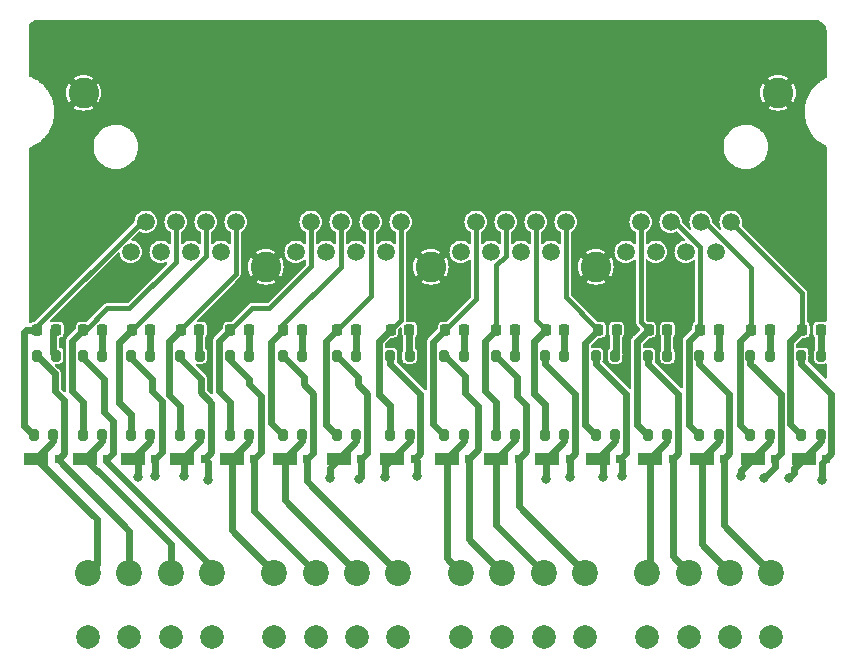
<source format=gbr>
%TF.GenerationSoftware,KiCad,Pcbnew,(6.0.9)*%
%TF.CreationDate,2024-02-02T01:57:23+05:30*%
%TF.ProjectId,RJ45-To-Terminal,524a3435-2d54-46f2-9d54-65726d696e61,2*%
%TF.SameCoordinates,Original*%
%TF.FileFunction,Copper,L1,Top*%
%TF.FilePolarity,Positive*%
%FSLAX46Y46*%
G04 Gerber Fmt 4.6, Leading zero omitted, Abs format (unit mm)*
G04 Created by KiCad (PCBNEW (6.0.9)) date 2024-02-02 01:57:23*
%MOMM*%
%LPD*%
G01*
G04 APERTURE LIST*
G04 Aperture macros list*
%AMRoundRect*
0 Rectangle with rounded corners*
0 $1 Rounding radius*
0 $2 $3 $4 $5 $6 $7 $8 $9 X,Y pos of 4 corners*
0 Add a 4 corners polygon primitive as box body*
4,1,4,$2,$3,$4,$5,$6,$7,$8,$9,$2,$3,0*
0 Add four circle primitives for the rounded corners*
1,1,$1+$1,$2,$3*
1,1,$1+$1,$4,$5*
1,1,$1+$1,$6,$7*
1,1,$1+$1,$8,$9*
0 Add four rect primitives between the rounded corners*
20,1,$1+$1,$2,$3,$4,$5,0*
20,1,$1+$1,$4,$5,$6,$7,0*
20,1,$1+$1,$6,$7,$8,$9,0*
20,1,$1+$1,$8,$9,$2,$3,0*%
G04 Aperture macros list end*
%TA.AperFunction,ComponentPad*%
%ADD10C,2.200000*%
%TD*%
%TA.AperFunction,ComponentPad*%
%ADD11C,2.000000*%
%TD*%
%TA.AperFunction,SMDPad,CuDef*%
%ADD12RoundRect,0.218750X0.218750X0.256250X-0.218750X0.256250X-0.218750X-0.256250X0.218750X-0.256250X0*%
%TD*%
%TA.AperFunction,SMDPad,CuDef*%
%ADD13RoundRect,0.200000X-0.200000X-0.275000X0.200000X-0.275000X0.200000X0.275000X-0.200000X0.275000X0*%
%TD*%
%TA.AperFunction,SMDPad,CuDef*%
%ADD14R,2.000000X1.100000*%
%TD*%
%TA.AperFunction,SMDPad,CuDef*%
%ADD15R,0.800000X0.800000*%
%TD*%
%TA.AperFunction,ComponentPad*%
%ADD16C,1.500000*%
%TD*%
%TA.AperFunction,ComponentPad*%
%ADD17C,2.600000*%
%TD*%
%TA.AperFunction,ViaPad*%
%ADD18C,0.800000*%
%TD*%
%TA.AperFunction,Conductor*%
%ADD19C,0.609600*%
%TD*%
%TA.AperFunction,Conductor*%
%ADD20C,0.406400*%
%TD*%
G04 APERTURE END LIST*
D10*
%TO.P,J18,1,Pin_1*%
%TO.N,RC4-*%
X148105000Y-89093000D03*
%TO.P,J18,2,Pin_2*%
%TO.N,IN4-*%
X151605000Y-89093000D03*
%TO.P,J18,3,Pin_3*%
%TO.N,RC3-*%
X155105000Y-89093000D03*
%TO.P,J18,4,Pin_4*%
%TO.N,IN3-*%
X158605000Y-89093000D03*
%TD*%
D11*
%TO.P,J19,1,Pin_1*%
%TO.N,RC2-*%
X148105000Y-94579000D03*
%TO.P,J19,2,Pin_2*%
%TO.N,IN2-*%
X151605000Y-94579000D03*
%TO.P,J19,3,Pin_3*%
%TO.N,RC1-*%
X155105000Y-94579000D03*
%TO.P,J19,4,Pin_4*%
%TO.N,IN1-*%
X158605000Y-94579000D03*
%TD*%
%TO.P,J17,1,Pin_1*%
%TO.N,RC6-*%
X132314666Y-94579000D03*
%TO.P,J17,2,Pin_2*%
%TO.N,IN6-*%
X135814666Y-94579000D03*
%TO.P,J17,3,Pin_3*%
%TO.N,RC5-*%
X139314666Y-94579000D03*
%TO.P,J17,4,Pin_4*%
%TO.N,IN5-*%
X142814666Y-94579000D03*
%TD*%
D10*
%TO.P,J16,1,Pin_1*%
%TO.N,RC8-*%
X132314666Y-89093000D03*
%TO.P,J16,2,Pin_2*%
%TO.N,IN8-*%
X135814666Y-89093000D03*
%TO.P,J16,3,Pin_3*%
%TO.N,RC7-*%
X139314666Y-89093000D03*
%TO.P,J16,4,Pin_4*%
%TO.N,IN7-*%
X142814666Y-89093000D03*
%TD*%
D11*
%TO.P,J14,1,Pin_1*%
%TO.N,RC10-*%
X116524333Y-94579000D03*
%TO.P,J14,2,Pin_2*%
%TO.N,IN10-*%
X120024333Y-94579000D03*
%TO.P,J14,3,Pin_3*%
%TO.N,RC9-*%
X123524333Y-94579000D03*
%TO.P,J14,4,Pin_4*%
%TO.N,IN9-*%
X127024333Y-94579000D03*
%TD*%
D10*
%TO.P,J13,4,Pin_4*%
%TO.N,IN11-*%
X127024333Y-89093000D03*
%TO.P,J13,3,Pin_3*%
%TO.N,RC11-*%
X123524333Y-89093000D03*
%TO.P,J13,2,Pin_2*%
%TO.N,IN12-*%
X120024333Y-89093000D03*
%TO.P,J13,1,Pin_1*%
%TO.N,RC12-*%
X116524333Y-89093000D03*
%TD*%
D11*
%TO.P,J12,4,Pin_4*%
%TO.N,IN13-*%
X111234000Y-94579000D03*
%TO.P,J12,3,Pin_3*%
%TO.N,RC13-*%
X107734000Y-94579000D03*
%TO.P,J12,2,Pin_2*%
%TO.N,IN14-*%
X104234000Y-94579000D03*
%TO.P,J12,1,Pin_1*%
%TO.N,RC14-*%
X100734000Y-94579000D03*
%TD*%
D10*
%TO.P,J11,4,Pin_4*%
%TO.N,IN15-*%
X111234000Y-89093000D03*
%TO.P,J11,3,Pin_3*%
%TO.N,RC15-*%
X107734000Y-89093000D03*
%TO.P,J11,2,Pin_2*%
%TO.N,IN16-*%
X104234000Y-89093000D03*
%TO.P,J11,1,Pin_1*%
%TO.N,RC16-*%
X100734000Y-89093000D03*
%TD*%
D12*
%TO.P,LED56,1,K*%
%TO.N,Net-(LED56-Pad1)*%
X118836500Y-68519000D03*
%TO.P,LED56,2,A*%
%TO.N,IN11+*%
X117261500Y-68519000D03*
%TD*%
D13*
%TO.P,TH59,1*%
%TO.N,IN8+*%
X130893000Y-77468400D03*
%TO.P,TH59,2*%
%TO.N,RC8-*%
X132543000Y-77468400D03*
%TD*%
D14*
%TO.P,D57,1,K*%
%TO.N,RC10-*%
X121982150Y-79441000D03*
D15*
%TO.P,D57,2,A*%
%TO.N,IN10-*%
X123882150Y-79441000D03*
%TD*%
D14*
%TO.P,D61,1,K*%
%TO.N,RC6-*%
X139607000Y-79441000D03*
D15*
%TO.P,D61,2,A*%
%TO.N,IN6-*%
X141507000Y-79441000D03*
%TD*%
D12*
%TO.P,LED66,1,K*%
%TO.N,Net-(LED66-Pad1)*%
X162767300Y-68519000D03*
%TO.P,LED66,2,A*%
%TO.N,IN1+*%
X161192300Y-68519000D03*
%TD*%
D14*
%TO.P,D63,1,K*%
%TO.N,RC4-*%
X148339300Y-79441000D03*
D15*
%TO.P,D63,2,A*%
%TO.N,IN4-*%
X150239300Y-79441000D03*
%TD*%
D12*
%TO.P,LED60,1,K*%
%TO.N,Net-(LED60-Pad1)*%
X136881800Y-68519000D03*
%TO.P,LED60,2,A*%
%TO.N,IN7+*%
X135306800Y-68519000D03*
%TD*%
D13*
%TO.P,R58,1*%
%TO.N,IN9-*%
X126313500Y-70721700D03*
%TO.P,R58,2*%
%TO.N,Net-(LED58-Pad1)*%
X127963500Y-70721700D03*
%TD*%
%TO.P,TH54,1*%
%TO.N,IN13+*%
X108533500Y-77468400D03*
%TO.P,TH54,2*%
%TO.N,RC13-*%
X110183500Y-77468400D03*
%TD*%
D12*
%TO.P,LED55,1,K*%
%TO.N,Net-(LED55-Pad1)*%
X114357000Y-68519000D03*
%TO.P,LED55,2,A*%
%TO.N,IN12+*%
X112782000Y-68519000D03*
%TD*%
D13*
%TO.P,TH61,1*%
%TO.N,IN6+*%
X139409500Y-77468400D03*
%TO.P,TH61,2*%
%TO.N,RC6-*%
X141059500Y-77468400D03*
%TD*%
D12*
%TO.P,LED58,1,K*%
%TO.N,Net-(LED58-Pad1)*%
X127946000Y-68519000D03*
%TO.P,LED58,2,A*%
%TO.N,IN9+*%
X126371000Y-68519000D03*
%TD*%
D13*
%TO.P,R61,1*%
%TO.N,IN6-*%
X139417000Y-70721700D03*
%TO.P,R61,2*%
%TO.N,Net-(LED61-Pad1)*%
X141067000Y-70721700D03*
%TD*%
D12*
%TO.P,LED63,1,K*%
%TO.N,Net-(LED63-Pad1)*%
X149781800Y-68519000D03*
%TO.P,LED63,2,A*%
%TO.N,IN4+*%
X148206800Y-68519000D03*
%TD*%
%TO.P,LED65,1,K*%
%TO.N,Net-(LED65-Pad1)*%
X158441000Y-68519000D03*
%TO.P,LED65,2,A*%
%TO.N,IN2+*%
X156866000Y-68519000D03*
%TD*%
D14*
%TO.P,D64,1,K*%
%TO.N,RC3-*%
X152680500Y-79441000D03*
D15*
%TO.P,D64,2,A*%
%TO.N,IN3-*%
X154580500Y-79441000D03*
%TD*%
D13*
%TO.P,R60,1*%
%TO.N,IN7-*%
X135249300Y-70721700D03*
%TO.P,R60,2*%
%TO.N,Net-(LED60-Pad1)*%
X136899300Y-70721700D03*
%TD*%
D12*
%TO.P,LED57,1,K*%
%TO.N,Net-(LED57-Pad1)*%
X123408500Y-68519000D03*
%TO.P,LED57,2,A*%
%TO.N,IN10+*%
X121833500Y-68519000D03*
%TD*%
D14*
%TO.P,D53,1,K*%
%TO.N,RC14-*%
X104540000Y-79441000D03*
D15*
%TO.P,D53,2,A*%
%TO.N,IN14-*%
X106440000Y-79441000D03*
%TD*%
D13*
%TO.P,TH60,1*%
%TO.N,IN7+*%
X135241800Y-77468400D03*
%TO.P,TH60,2*%
%TO.N,RC7-*%
X136891800Y-77468400D03*
%TD*%
%TO.P,R53,1*%
%TO.N,IN14-*%
X104342500Y-70721700D03*
%TO.P,R53,2*%
%TO.N,Net-(LED53-Pad1)*%
X105992500Y-70721700D03*
%TD*%
%TO.P,TH56,1*%
%TO.N,IN11+*%
X117210500Y-77468400D03*
%TO.P,TH56,2*%
%TO.N,RC11-*%
X118860500Y-77468400D03*
%TD*%
D12*
%TO.P,LED53,1,K*%
%TO.N,Net-(LED53-Pad1)*%
X106009500Y-68519000D03*
%TO.P,LED53,2,A*%
%TO.N,IN14+*%
X104434500Y-68519000D03*
%TD*%
D13*
%TO.P,R51,1*%
%TO.N,IN16-*%
X96401400Y-70721700D03*
%TO.P,R51,2*%
%TO.N,Net-(LED51-Pad1)*%
X98051400Y-70721700D03*
%TD*%
%TO.P,TH53,1*%
%TO.N,IN14+*%
X104342500Y-77468400D03*
%TO.P,TH53,2*%
%TO.N,RC14-*%
X105992500Y-77468400D03*
%TD*%
D12*
%TO.P,LED61,1,K*%
%TO.N,Net-(LED61-Pad1)*%
X141049500Y-68519000D03*
%TO.P,LED61,2,A*%
%TO.N,IN6+*%
X139474500Y-68519000D03*
%TD*%
%TO.P,LED64,1,K*%
%TO.N,Net-(LED64-Pad1)*%
X154123000Y-68519000D03*
%TO.P,LED64,2,A*%
%TO.N,IN3+*%
X152548000Y-68519000D03*
%TD*%
D13*
%TO.P,R54,1*%
%TO.N,IN13-*%
X108533500Y-70721700D03*
%TO.P,R54,2*%
%TO.N,Net-(LED54-Pad1)*%
X110183500Y-70721700D03*
%TD*%
%TO.P,TH57,1*%
%TO.N,IN10+*%
X121784650Y-77468400D03*
%TO.P,TH57,2*%
%TO.N,RC10-*%
X123434650Y-77468400D03*
%TD*%
D14*
%TO.P,D55,1,K*%
%TO.N,RC12-*%
X112922000Y-79441000D03*
D15*
%TO.P,D55,2,A*%
%TO.N,IN12-*%
X114822000Y-79441000D03*
%TD*%
D12*
%TO.P,LED52,1,K*%
%TO.N,Net-(LED52-Pad1)*%
X101911000Y-68519000D03*
%TO.P,LED52,2,A*%
%TO.N,IN15+*%
X100336000Y-68519000D03*
%TD*%
D13*
%TO.P,R65,1*%
%TO.N,IN2-*%
X156808500Y-70721700D03*
%TO.P,R65,2*%
%TO.N,Net-(LED65-Pad1)*%
X158458500Y-70721700D03*
%TD*%
%TO.P,TH66,1*%
%TO.N,IN1+*%
X161127300Y-77468400D03*
%TO.P,TH66,2*%
%TO.N,RC1-*%
X162777300Y-77468400D03*
%TD*%
%TO.P,TH55,1*%
%TO.N,IN12+*%
X112724500Y-77468400D03*
%TO.P,TH55,2*%
%TO.N,RC12-*%
X114374500Y-77468400D03*
%TD*%
%TO.P,TH58,1*%
%TO.N,IN9+*%
X126313500Y-77468400D03*
%TO.P,TH58,2*%
%TO.N,RC9-*%
X127963500Y-77468400D03*
%TD*%
%TO.P,R56,1*%
%TO.N,IN11-*%
X117210500Y-70721700D03*
%TO.P,R56,2*%
%TO.N,Net-(LED56-Pad1)*%
X118860500Y-70721700D03*
%TD*%
D12*
%TO.P,LED59,1,K*%
%TO.N,Net-(LED59-Pad1)*%
X132552500Y-68519000D03*
%TO.P,LED59,2,A*%
%TO.N,IN8+*%
X130977500Y-68519000D03*
%TD*%
%TO.P,LED51,1,K*%
%TO.N,Net-(LED51-Pad1)*%
X98033900Y-68519000D03*
%TO.P,LED51,2,A*%
%TO.N,IN16+*%
X96458900Y-68519000D03*
%TD*%
D13*
%TO.P,TH62,1*%
%TO.N,IN5+*%
X143720000Y-77468400D03*
%TO.P,TH62,2*%
%TO.N,RC5-*%
X145370000Y-77468400D03*
%TD*%
%TO.P,TH63,1*%
%TO.N,IN4+*%
X148141800Y-77468400D03*
%TO.P,TH63,2*%
%TO.N,RC4-*%
X149791800Y-77468400D03*
%TD*%
%TO.P,R64,1*%
%TO.N,IN3-*%
X152490500Y-70721700D03*
%TO.P,R64,2*%
%TO.N,Net-(LED64-Pad1)*%
X154140500Y-70721700D03*
%TD*%
D14*
%TO.P,D58,1,K*%
%TO.N,RC9-*%
X126511000Y-79441000D03*
D15*
%TO.P,D58,2,A*%
%TO.N,IN9-*%
X128411000Y-79441000D03*
%TD*%
D13*
%TO.P,R62,1*%
%TO.N,IN5-*%
X143727500Y-70721700D03*
%TO.P,R62,2*%
%TO.N,Net-(LED62-Pad1)*%
X145377500Y-70721700D03*
%TD*%
D14*
%TO.P,D65,1,K*%
%TO.N,RC2-*%
X156998500Y-79441000D03*
D15*
%TO.P,D65,2,A*%
%TO.N,IN2-*%
X158898500Y-79441000D03*
%TD*%
D14*
%TO.P,D60,1,K*%
%TO.N,RC7-*%
X135290500Y-79441000D03*
D15*
%TO.P,D60,2,A*%
%TO.N,IN7-*%
X137190500Y-79441000D03*
%TD*%
D14*
%TO.P,D52,1,K*%
%TO.N,RC15-*%
X100476000Y-79441000D03*
D15*
%TO.P,D52,2,A*%
%TO.N,IN15-*%
X102376000Y-79441000D03*
%TD*%
D13*
%TO.P,R66,1*%
%TO.N,IN1-*%
X161134800Y-70721700D03*
%TO.P,R66,2*%
%TO.N,Net-(LED66-Pad1)*%
X162784800Y-70721700D03*
%TD*%
D14*
%TO.P,D54,1,K*%
%TO.N,RC13-*%
X108731000Y-79441000D03*
D15*
%TO.P,D54,2,A*%
%TO.N,IN13-*%
X110631000Y-79441000D03*
%TD*%
D13*
%TO.P,R57,1*%
%TO.N,IN10-*%
X121784650Y-70721700D03*
%TO.P,R57,2*%
%TO.N,Net-(LED57-Pad1)*%
X123434650Y-70721700D03*
%TD*%
%TO.P,R59,1*%
%TO.N,IN8-*%
X130900500Y-70721700D03*
%TO.P,R59,2*%
%TO.N,Net-(LED59-Pad1)*%
X132550500Y-70721700D03*
%TD*%
%TO.P,R55,1*%
%TO.N,IN12-*%
X112724500Y-70721700D03*
%TO.P,R55,2*%
%TO.N,Net-(LED55-Pad1)*%
X114374500Y-70721700D03*
%TD*%
%TO.P,TH51,1*%
%TO.N,IN16+*%
X96142000Y-77468400D03*
%TO.P,TH51,2*%
%TO.N,RC16-*%
X97792000Y-77468400D03*
%TD*%
%TO.P,R52,1*%
%TO.N,IN15-*%
X100278500Y-70721700D03*
%TO.P,R52,2*%
%TO.N,Net-(LED52-Pad1)*%
X101928500Y-70721700D03*
%TD*%
D14*
%TO.P,D59,1,K*%
%TO.N,RC8-*%
X131090500Y-79441000D03*
D15*
%TO.P,D59,2,A*%
%TO.N,IN8-*%
X132990500Y-79441000D03*
%TD*%
D14*
%TO.P,D56,1,K*%
%TO.N,RC11-*%
X117408000Y-79441000D03*
D15*
%TO.P,D56,2,A*%
%TO.N,IN11-*%
X119308000Y-79441000D03*
%TD*%
D13*
%TO.P,R63,1*%
%TO.N,IN4-*%
X148149300Y-70721700D03*
%TO.P,R63,2*%
%TO.N,Net-(LED63-Pad1)*%
X149799300Y-70721700D03*
%TD*%
D12*
%TO.P,LED62,1,K*%
%TO.N,Net-(LED62-Pad1)*%
X145506500Y-68519000D03*
%TO.P,LED62,2,A*%
%TO.N,IN5+*%
X143931500Y-68519000D03*
%TD*%
D16*
%TO.P,RJ45-1,A1,A1*%
%TO.N,IN1+*%
X155158400Y-59399400D03*
%TO.P,RJ45-1,A2,A2*%
%TO.N,IN1-*%
X153888400Y-61939400D03*
%TO.P,RJ45-1,A3,A3*%
%TO.N,IN2+*%
X152618400Y-59399400D03*
%TO.P,RJ45-1,A4,A4*%
%TO.N,IN3-*%
X151348400Y-61939400D03*
%TO.P,RJ45-1,A5,A5*%
%TO.N,IN3+*%
X150078400Y-59399400D03*
%TO.P,RJ45-1,A6,A6*%
%TO.N,IN2-*%
X148808400Y-61939400D03*
%TO.P,RJ45-1,A7,A7*%
%TO.N,IN4+*%
X147538400Y-59399400D03*
%TO.P,RJ45-1,A8,A8*%
%TO.N,IN4-*%
X146268400Y-61939400D03*
%TO.P,RJ45-1,B1,B1*%
%TO.N,IN5+*%
X141188400Y-59399400D03*
%TO.P,RJ45-1,B2,B2*%
%TO.N,IN5-*%
X139918400Y-61939400D03*
%TO.P,RJ45-1,B3,B3*%
%TO.N,IN6+*%
X138648400Y-59399400D03*
%TO.P,RJ45-1,B4,B4*%
%TO.N,IN7-*%
X137378400Y-61939400D03*
%TO.P,RJ45-1,B5,B5*%
%TO.N,IN7+*%
X136108400Y-59399400D03*
%TO.P,RJ45-1,B6,B6*%
%TO.N,IN6-*%
X134838400Y-61939400D03*
%TO.P,RJ45-1,B7,B7*%
%TO.N,IN8+*%
X133568400Y-59399400D03*
%TO.P,RJ45-1,B8,B8*%
%TO.N,IN8-*%
X132298400Y-61939400D03*
%TO.P,RJ45-1,C1,C1*%
%TO.N,IN9+*%
X127218400Y-59399400D03*
%TO.P,RJ45-1,C2,C2*%
%TO.N,IN9-*%
X125948400Y-61939400D03*
%TO.P,RJ45-1,C3,C3*%
%TO.N,IN10+*%
X124678400Y-59399400D03*
%TO.P,RJ45-1,C4,C4*%
%TO.N,IN11-*%
X123408400Y-61939400D03*
%TO.P,RJ45-1,C5,C5*%
%TO.N,IN11+*%
X122138400Y-59399400D03*
%TO.P,RJ45-1,C6,C6*%
%TO.N,IN10-*%
X120868400Y-61939400D03*
%TO.P,RJ45-1,C7,C7*%
%TO.N,IN12+*%
X119598400Y-59399400D03*
%TO.P,RJ45-1,C8,C8*%
%TO.N,IN12-*%
X118328400Y-61939400D03*
%TO.P,RJ45-1,D1,D1*%
%TO.N,IN13+*%
X113248400Y-59399400D03*
%TO.P,RJ45-1,D2,D2*%
%TO.N,IN13-*%
X111978400Y-61939400D03*
%TO.P,RJ45-1,D3,D3*%
%TO.N,IN14+*%
X110708400Y-59399400D03*
%TO.P,RJ45-1,D4,D4*%
%TO.N,IN15-*%
X109438400Y-61939400D03*
%TO.P,RJ45-1,D5,D5*%
%TO.N,IN15+*%
X108168400Y-59399400D03*
%TO.P,RJ45-1,D6,D6*%
%TO.N,IN14-*%
X106898400Y-61939400D03*
%TO.P,RJ45-1,D7,D7*%
%TO.N,IN16+*%
X105628400Y-59399400D03*
%TO.P,RJ45-1,D8,D8*%
%TO.N,IN16-*%
X104358400Y-61939400D03*
D17*
%TO.P,RJ45-1,EH,EH*%
%TO.N,GNDPWR*%
X115788400Y-63209400D03*
X100358400Y-48479400D03*
X159158400Y-48479400D03*
X129758400Y-63209400D03*
X143728400Y-63209400D03*
%TD*%
D12*
%TO.P,LED54,1,K*%
%TO.N,Net-(LED54-Pad1)*%
X110166000Y-68519000D03*
%TO.P,LED54,2,A*%
%TO.N,IN13+*%
X108591000Y-68519000D03*
%TD*%
D13*
%TO.P,TH65,1*%
%TO.N,IN2+*%
X156801000Y-77468400D03*
%TO.P,TH65,2*%
%TO.N,RC2-*%
X158451000Y-77468400D03*
%TD*%
D14*
%TO.P,D51,1,K*%
%TO.N,RC16-*%
X96339500Y-79441000D03*
D15*
%TO.P,D51,2,A*%
%TO.N,IN16-*%
X98239500Y-79441000D03*
%TD*%
D13*
%TO.P,TH52,1*%
%TO.N,IN15+*%
X100278500Y-77468400D03*
%TO.P,TH52,2*%
%TO.N,RC15-*%
X101928500Y-77468400D03*
%TD*%
%TO.P,TH64,1*%
%TO.N,IN3+*%
X152483000Y-77468400D03*
%TO.P,TH64,2*%
%TO.N,RC3-*%
X154133000Y-77468400D03*
%TD*%
D14*
%TO.P,D66,1,K*%
%TO.N,RC1-*%
X161324800Y-79441000D03*
D15*
%TO.P,D66,2,A*%
%TO.N,IN1-*%
X163224800Y-79441000D03*
%TD*%
D14*
%TO.P,D62,1,K*%
%TO.N,RC5-*%
X143917500Y-79441000D03*
D15*
%TO.P,D62,2,A*%
%TO.N,IN5-*%
X145817500Y-79441000D03*
%TD*%
D18*
%TO.N,RC2-*%
X156022000Y-80928000D03*
%TO.N,IN1-*%
X162880000Y-81219000D03*
%TO.N,RC1-*%
X160086000Y-81092000D03*
%TO.N,IN2-*%
X157964500Y-81054500D03*
%TO.N,IN5-*%
X145989000Y-80951000D03*
%TO.N,RC5-*%
X144338000Y-81022000D03*
%TO.N,IN6-*%
X141544000Y-81044000D03*
%TO.N,RC6-*%
X139512000Y-81142000D03*
%TO.N,IN9-*%
X128590000Y-80960000D03*
%TO.N,RC9-*%
X125923000Y-80987000D03*
%TO.N,IN10-*%
X123668000Y-81188000D03*
%TO.N,RC10-*%
X121224000Y-81056000D03*
%TO.N,IN13-*%
X110937000Y-81219000D03*
%TO.N,RC13-*%
X108905000Y-80935000D03*
%TO.N,IN14-*%
X106440000Y-80920000D03*
%TO.N,RC14-*%
X104968000Y-80965000D03*
%TO.N,IN5-*%
X143727500Y-70721700D03*
%TO.N,IN6-*%
X139417000Y-70721700D03*
%TO.N,IN7-*%
X135249300Y-70721700D03*
%TO.N,IN8-*%
X130942600Y-70763800D03*
%TO.N,IN9-*%
X126313500Y-70721700D03*
%TO.N,IN10-*%
X121784650Y-70721700D03*
%TO.N,IN11-*%
X117210500Y-70721700D03*
%TO.N,IN12-*%
X112724500Y-70721700D03*
%TO.N,IN4-*%
X148149300Y-70721700D03*
%TO.N,IN3-*%
X152490500Y-70721700D03*
%TO.N,IN2-*%
X156808500Y-70721700D03*
%TO.N,IN1-*%
X161134800Y-70721700D03*
%TO.N,IN16-*%
X96401400Y-70721700D03*
%TO.N,IN15-*%
X100278500Y-70721700D03*
%TO.N,IN14-*%
X104342500Y-70721700D03*
%TO.N,IN13-*%
X108533500Y-70721700D03*
%TD*%
D19*
%TO.N,RC1-*%
X160550000Y-80628000D02*
X160550000Y-80215800D01*
X160550000Y-80215800D02*
X161324800Y-79441000D01*
X160086000Y-81092000D02*
X160550000Y-80628000D01*
%TO.N,RC2-*%
X156022000Y-80928000D02*
X156022000Y-80417500D01*
X156022000Y-80417500D02*
X156998500Y-79441000D01*
%TO.N,IN2-*%
X158898500Y-80120500D02*
X158898500Y-79441000D01*
X157964500Y-81054500D02*
X158898500Y-80120500D01*
%TO.N,IN5-*%
X145989000Y-80951000D02*
X145989000Y-79612500D01*
X145989000Y-79612500D02*
X145817500Y-79441000D01*
%TO.N,RC5-*%
X144338000Y-79861500D02*
X143917500Y-79441000D01*
X144338000Y-81022000D02*
X144338000Y-79861500D01*
%TO.N,IN6-*%
X141544000Y-81044000D02*
X141544000Y-79478000D01*
X141544000Y-79478000D02*
X141507000Y-79441000D01*
%TO.N,RC6-*%
X139512000Y-79536000D02*
X139607000Y-79441000D01*
X139512000Y-81142000D02*
X139512000Y-79536000D01*
%TO.N,IN9-*%
X128590000Y-79620000D02*
X128411000Y-79441000D01*
X128590000Y-80960000D02*
X128590000Y-79620000D01*
%TO.N,RC9-*%
X125923000Y-80029000D02*
X126511000Y-79441000D01*
X125923000Y-80987000D02*
X125923000Y-80029000D01*
%TO.N,RC10-*%
X121224000Y-80199150D02*
X121982150Y-79441000D01*
X121224000Y-81056000D02*
X121224000Y-80199150D01*
%TO.N,IN10-*%
X123882150Y-80973850D02*
X123882150Y-79441000D01*
X123668000Y-81188000D02*
X123882150Y-80973850D01*
%TO.N,IN14-*%
X106440000Y-80920000D02*
X106440000Y-79441000D01*
%TO.N,RC13-*%
X108905000Y-80935000D02*
X108905000Y-79615000D01*
X108905000Y-79615000D02*
X108731000Y-79441000D01*
%TO.N,RC14-*%
X104968000Y-79869000D02*
X104540000Y-79441000D01*
X104968000Y-80965000D02*
X104968000Y-79869000D01*
%TO.N,IN13-*%
X110937000Y-79747000D02*
X110631000Y-79441000D01*
X110937000Y-81219000D02*
X110937000Y-79747000D01*
%TO.N,IN1-*%
X162880000Y-79785800D02*
X163224800Y-79441000D01*
X162880000Y-81219000D02*
X162880000Y-79785800D01*
%TO.N,IN3-*%
X154580500Y-85068500D02*
X158605000Y-89093000D01*
X154580500Y-79441000D02*
X154580500Y-85068500D01*
%TO.N,RC3-*%
X152680500Y-86668500D02*
X155105000Y-89093000D01*
X152680500Y-79441000D02*
X152680500Y-86668500D01*
%TO.N,IN4-*%
X150239300Y-79441000D02*
X150239300Y-87727300D01*
X150239300Y-87727300D02*
X151605000Y-89093000D01*
%TO.N,RC4-*%
X148339300Y-88858700D02*
X148105000Y-89093000D01*
X148339300Y-79441000D02*
X148339300Y-88858700D01*
%TO.N,IN7-*%
X137190500Y-83468834D02*
X142814666Y-89093000D01*
X137190500Y-79441000D02*
X137190500Y-83468834D01*
%TO.N,RC7-*%
X135290500Y-85068834D02*
X139314666Y-89093000D01*
X135290500Y-79441000D02*
X135290500Y-85068834D01*
%TO.N,IN8-*%
X132990500Y-86268834D02*
X135814666Y-89093000D01*
X132990500Y-79441000D02*
X132990500Y-86268834D01*
%TO.N,RC8-*%
X131090500Y-87868834D02*
X132314666Y-89093000D01*
X131090500Y-79441000D02*
X131090500Y-87868834D01*
%TO.N,IN11-*%
X119308000Y-81376667D02*
X127024333Y-89093000D01*
X119308000Y-79441000D02*
X119308000Y-81376667D01*
%TO.N,RC11-*%
X117408000Y-82976667D02*
X123524333Y-89093000D01*
X117408000Y-79441000D02*
X117408000Y-82976667D01*
%TO.N,IN12-*%
X114822000Y-83890667D02*
X120024333Y-89093000D01*
X114822000Y-79441000D02*
X114822000Y-83890667D01*
%TO.N,RC12-*%
X112922000Y-85490667D02*
X116524333Y-89093000D01*
X112922000Y-79441000D02*
X112922000Y-85490667D01*
%TO.N,RC16-*%
X101496000Y-88331000D02*
X100734000Y-89093000D01*
X96339500Y-79441000D02*
X101496000Y-84597500D01*
X101496000Y-84597500D02*
X101496000Y-88331000D01*
%TO.N,IN16-*%
X104234000Y-85565000D02*
X104234000Y-89093000D01*
X98239500Y-79570500D02*
X104234000Y-85565000D01*
X98239500Y-79441000D02*
X98239500Y-79570500D01*
%TO.N,RC15-*%
X101577800Y-80495800D02*
X107734000Y-86652000D01*
X107734000Y-86652000D02*
X107734000Y-89093000D01*
X101530800Y-80495800D02*
X101577800Y-80495800D01*
X100476000Y-79441000D02*
X101530800Y-80495800D01*
%TO.N,IN15-*%
X111234000Y-88628000D02*
X111234000Y-89093000D01*
X102376000Y-79770000D02*
X111234000Y-88628000D01*
X102376000Y-79441000D02*
X102376000Y-79770000D01*
%TO.N,IN5-*%
X143727500Y-71402000D02*
X146274800Y-73949300D01*
X145817500Y-79441000D02*
X146274800Y-78983700D01*
X143727500Y-70721700D02*
X143727500Y-71402000D01*
X146274800Y-78983700D02*
X146274800Y-73949300D01*
%TO.N,IN6-*%
X141975800Y-78972200D02*
X141975800Y-73960800D01*
X139417000Y-70721700D02*
X139417000Y-71402000D01*
X139417000Y-71402000D02*
X141975800Y-73960800D01*
X141507000Y-79441000D02*
X141975800Y-78972200D01*
%TO.N,IN7-*%
X137190500Y-79441000D02*
X137796600Y-78834900D01*
X137796600Y-74931600D02*
X137016800Y-74151800D01*
X137016800Y-74151800D02*
X137016800Y-72500800D01*
X135249300Y-70733300D02*
X137016800Y-72500800D01*
X135249300Y-70721700D02*
X135249300Y-70733300D01*
X137796600Y-78834900D02*
X137796600Y-74931600D01*
%TO.N,IN8-*%
X132668000Y-72489200D02*
X130942600Y-70763800D01*
X130942600Y-70763800D02*
X130900500Y-70721700D01*
X132668000Y-73867000D02*
X132668000Y-72489200D01*
X133797000Y-74996000D02*
X133797000Y-78634500D01*
X133797000Y-78634500D02*
X132990500Y-79441000D01*
X132668000Y-73867000D02*
X133797000Y-74996000D01*
%TO.N,IN9-*%
X126313500Y-71394500D02*
X128868300Y-73949300D01*
X126313500Y-70721700D02*
X126313500Y-71394500D01*
X128411000Y-79441000D02*
X128868300Y-78983700D01*
X128868300Y-78983700D02*
X128868300Y-73949300D01*
%TO.N,IN10-*%
X123559650Y-73169500D02*
X124339450Y-73949300D01*
X123559650Y-72496700D02*
X121784650Y-70721700D01*
X123559650Y-73169500D02*
X123559650Y-72496700D01*
X124339450Y-73949300D02*
X124339450Y-78983700D01*
X124339450Y-78983700D02*
X123882150Y-79441000D01*
%TO.N,RC2-*%
X158451000Y-77468400D02*
X158451000Y-77988500D01*
X158451000Y-77988500D02*
X156998500Y-79441000D01*
%TO.N,RC3-*%
X154133000Y-77988500D02*
X152680500Y-79441000D01*
X154133000Y-77468400D02*
X154133000Y-77988500D01*
%TO.N,RC4-*%
X149791800Y-77988500D02*
X148339300Y-79441000D01*
X149791800Y-77468400D02*
X149791800Y-77988500D01*
%TO.N,IN11-*%
X117210500Y-70721700D02*
X117210500Y-70728500D01*
X119765300Y-78983700D02*
X119308000Y-79441000D01*
X118985500Y-72503500D02*
X118985500Y-73169500D01*
X117210500Y-70728500D02*
X118985500Y-72503500D01*
X119765300Y-73949300D02*
X119765300Y-78983700D01*
X118985500Y-73169500D02*
X119765300Y-73949300D01*
%TO.N,IN12-*%
X115382000Y-74179000D02*
X115382000Y-78881000D01*
X115382000Y-78881000D02*
X114822000Y-79441000D01*
X114372500Y-72716500D02*
X114372500Y-73169500D01*
X112724500Y-71068500D02*
X114372500Y-72716500D01*
X114372500Y-73169500D02*
X115382000Y-74179000D01*
X112724500Y-70721700D02*
X112724500Y-71068500D01*
D20*
%TO.N,IN1+*%
X161192300Y-68519000D02*
X161192300Y-65433300D01*
D19*
X161192300Y-68519000D02*
X160192700Y-69518600D01*
X160192700Y-76533800D02*
X161127300Y-77468400D01*
X160192700Y-69518600D02*
X160192700Y-76533800D01*
D20*
X161192300Y-65433300D02*
X155158400Y-59399400D01*
%TO.N,IN2+*%
X152979272Y-59399400D02*
X152618400Y-59399400D01*
D19*
X155903700Y-69481300D02*
X155903700Y-76571100D01*
D20*
X156866000Y-68519000D02*
X156866000Y-63286128D01*
D19*
X155903700Y-76571100D02*
X156801000Y-77468400D01*
X156866000Y-68519000D02*
X155903700Y-69481300D01*
D20*
X156866000Y-63286128D02*
X152979272Y-59399400D01*
%TO.N,IN3+*%
X152548000Y-61508128D02*
X150439272Y-59399400D01*
D19*
X152548000Y-68519000D02*
X151585700Y-69481300D01*
X151585700Y-76571100D02*
X152483000Y-77468400D01*
D20*
X152548000Y-68519000D02*
X152548000Y-61508128D01*
D19*
X151585700Y-69481300D02*
X151585700Y-76571100D01*
D20*
X150439272Y-59399400D02*
X150078400Y-59399400D01*
D19*
%TO.N,IN4+*%
X147244500Y-69481300D02*
X147244500Y-76571100D01*
D20*
X148206800Y-68519000D02*
X147538400Y-67850600D01*
X147538400Y-67850600D02*
X147538400Y-59399400D01*
D19*
X148206800Y-68519000D02*
X147244500Y-69481300D01*
X147244500Y-76571100D02*
X148141800Y-77468400D01*
D20*
%TO.N,IN5+*%
X141188400Y-65775900D02*
X141188400Y-59399400D01*
D19*
X142822700Y-76571100D02*
X143720000Y-77468400D01*
D20*
X143931500Y-68519000D02*
X141188400Y-65775900D01*
D19*
X143931500Y-68519000D02*
X142822700Y-69627800D01*
X142822700Y-69627800D02*
X142822700Y-76571100D01*
%TO.N,IN6+*%
X139409500Y-74842700D02*
X139409500Y-77468400D01*
D20*
X139474500Y-68519000D02*
X138648400Y-67692900D01*
X138648400Y-67692900D02*
X138648400Y-59399400D01*
D19*
X138512200Y-69481300D02*
X138512200Y-73945400D01*
X138512200Y-73945400D02*
X139409500Y-74842700D01*
X139474500Y-68519000D02*
X138512200Y-69481300D01*
%TO.N,IN7+*%
X134330400Y-73726000D02*
X135241800Y-74637400D01*
X135241800Y-74637400D02*
X135241800Y-77468400D01*
D20*
X135316072Y-63092600D02*
X136108400Y-62300272D01*
D19*
X135306800Y-68519000D02*
X134330400Y-69495400D01*
X134330400Y-69495400D02*
X134330400Y-73726000D01*
D20*
X135306800Y-63092600D02*
X135316072Y-63092600D01*
X136108400Y-62300272D02*
X136108400Y-59399400D01*
X135306800Y-68519000D02*
X135306800Y-63092600D01*
D19*
%TO.N,IN8+*%
X129961600Y-76537000D02*
X130893000Y-77468400D01*
X129961600Y-69534900D02*
X129961600Y-76537000D01*
D20*
X133568400Y-65928100D02*
X133568400Y-59399400D01*
D19*
X130977500Y-68519000D02*
X129961600Y-69534900D01*
D20*
X130977500Y-68519000D02*
X133568400Y-65928100D01*
D19*
%TO.N,IN9+*%
X126304000Y-77458900D02*
X126313500Y-77468400D01*
X126304000Y-74948527D02*
X126304000Y-77458900D01*
D20*
X126371000Y-68519000D02*
X127218400Y-67671600D01*
D19*
X125378900Y-74023427D02*
X126304000Y-74948527D01*
D20*
X127218400Y-67671600D02*
X127218400Y-59399400D01*
D19*
X126371000Y-68519000D02*
X125378900Y-69511100D01*
X125378900Y-69511100D02*
X125378900Y-74023427D01*
D20*
%TO.N,IN10+*%
X121833500Y-68519000D02*
X124678400Y-65674100D01*
D19*
X120879850Y-69472650D02*
X120879850Y-76563600D01*
D20*
X124678400Y-65674100D02*
X124678400Y-59399400D01*
D19*
X120879850Y-76563600D02*
X121784650Y-77468400D01*
X121833500Y-68519000D02*
X120879850Y-69472650D01*
%TO.N,IN11+*%
X116194800Y-69585700D02*
X116194800Y-76452700D01*
D20*
X122138400Y-63209400D02*
X122138400Y-59399400D01*
D19*
X117261500Y-68519000D02*
X116194800Y-69585700D01*
X116194800Y-76452700D02*
X117210500Y-77468400D01*
D20*
X117261500Y-68086300D02*
X122138400Y-63209400D01*
X117261500Y-68519000D02*
X117261500Y-68086300D01*
%TO.N,IN12+*%
X114636200Y-66664800D02*
X116093200Y-66664800D01*
X116093200Y-66664800D02*
X119598400Y-63159600D01*
X119598400Y-63159600D02*
X119598400Y-59399400D01*
D19*
X112724500Y-74624500D02*
X112724500Y-77468400D01*
D20*
X112782000Y-68519000D02*
X114636200Y-66664800D01*
D19*
X112782000Y-68519000D02*
X111819700Y-69481300D01*
X111819700Y-73719700D02*
X112724500Y-74624500D01*
X111819700Y-69481300D02*
X111819700Y-73719700D01*
%TO.N,Net-(LED51-Pad1)*%
X97774500Y-68519000D02*
X97774500Y-70528700D01*
X97774500Y-70528700D02*
X97792000Y-70546200D01*
%TO.N,Net-(LED52-Pad1)*%
X101911000Y-70577200D02*
X101928500Y-70594700D01*
X101911000Y-68519000D02*
X101911000Y-70577200D01*
%TO.N,Net-(LED53-Pad1)*%
X106009500Y-68519000D02*
X105992500Y-68536000D01*
X105992500Y-68536000D02*
X105992500Y-70594700D01*
%TO.N,Net-(LED54-Pad1)*%
X110166000Y-70577200D02*
X110183500Y-70594700D01*
X110166000Y-68519000D02*
X110166000Y-70577200D01*
%TO.N,Net-(LED55-Pad1)*%
X114357000Y-70704200D02*
X114374500Y-70721700D01*
X114357000Y-68519000D02*
X114357000Y-70704200D01*
%TO.N,Net-(LED56-Pad1)*%
X118836500Y-68519000D02*
X118836500Y-70697700D01*
X118836500Y-70697700D02*
X118860500Y-70721700D01*
%TO.N,Net-(LED57-Pad1)*%
X123408500Y-68519000D02*
X123408500Y-70738700D01*
%TO.N,Net-(LED58-Pad1)*%
X127946000Y-70704200D02*
X127963500Y-70721700D01*
X127946000Y-68519000D02*
X127946000Y-70704200D01*
D20*
%TO.N,IN13+*%
X108591000Y-68519000D02*
X108591000Y-68477400D01*
X113248400Y-63820000D02*
X113248400Y-59399400D01*
X108591000Y-68477400D02*
X113248400Y-63820000D01*
D19*
X107628700Y-69481300D02*
X107628700Y-74053228D01*
X108533500Y-74958028D02*
X108533500Y-77468400D01*
X107628700Y-74053228D02*
X108533500Y-74958028D01*
X108591000Y-68519000D02*
X107628700Y-69481300D01*
D20*
%TO.N,IN14+*%
X104434500Y-68519000D02*
X104489672Y-68519000D01*
X104489672Y-68519000D02*
X110708400Y-62300272D01*
D19*
X104434500Y-68519000D02*
X103393200Y-69560300D01*
D20*
X110708400Y-62300272D02*
X110708400Y-59399400D01*
D19*
X103393200Y-74742000D02*
X104358400Y-75707200D01*
X104358400Y-77452500D02*
X104342500Y-77468400D01*
X103393200Y-69560300D02*
X103393200Y-74742000D01*
X104358400Y-75707200D02*
X104358400Y-77452500D01*
D20*
%TO.N,IN15+*%
X104230900Y-66715600D02*
X108168400Y-62778100D01*
D19*
X99373700Y-73719700D02*
X100278500Y-74624500D01*
X100278500Y-74624500D02*
X100278500Y-77468400D01*
D20*
X108168400Y-62778100D02*
X108168400Y-59399400D01*
X102359830Y-66715600D02*
X104230900Y-66715600D01*
D19*
X100336000Y-68519000D02*
X99373700Y-69481300D01*
D20*
X100336000Y-68519000D02*
X100556430Y-68519000D01*
X100556430Y-68519000D02*
X102359830Y-66715600D01*
D19*
X99373700Y-69481300D02*
X99373700Y-73719700D01*
D20*
%TO.N,IN16+*%
X105267528Y-59399400D02*
X105628400Y-59399400D01*
D19*
X95316000Y-76642400D02*
X96142000Y-77468400D01*
X95316000Y-68696800D02*
X95316000Y-76642400D01*
X95493800Y-68519000D02*
X95316000Y-68696800D01*
D20*
X96199500Y-68519000D02*
X96199500Y-68467428D01*
X96199500Y-68467428D02*
X105267528Y-59399400D01*
D19*
X96199500Y-68519000D02*
X95493800Y-68519000D01*
%TO.N,RC1-*%
X162777300Y-77468400D02*
X162777300Y-77988500D01*
X162777300Y-77988500D02*
X161324800Y-79441000D01*
%TO.N,IN4-*%
X148149300Y-71402000D02*
X150696600Y-73949300D01*
X150696600Y-78983700D02*
X150696600Y-73949300D01*
X148149300Y-70721700D02*
X148149300Y-71402000D01*
X150239300Y-79441000D02*
X150696600Y-78983700D01*
%TO.N,IN3-*%
X155037800Y-78983700D02*
X155037800Y-73949300D01*
X152490500Y-71402000D02*
X155037800Y-73949300D01*
X154580500Y-79441000D02*
X155037800Y-78983700D01*
X152490500Y-70721700D02*
X152490500Y-71402000D01*
%TO.N,IN2-*%
X159383100Y-78956400D02*
X159383100Y-73976600D01*
X156808500Y-71402000D02*
X159383100Y-73976600D01*
X158898500Y-79441000D02*
X159383100Y-78956400D01*
X156808500Y-70721700D02*
X156808500Y-71402000D01*
%TO.N,IN1-*%
X163224800Y-79441000D02*
X163682100Y-78983700D01*
X163682100Y-78983700D02*
X163682100Y-73949300D01*
X161134800Y-71402000D02*
X163682100Y-73949300D01*
X161134800Y-70721700D02*
X161134800Y-71402000D01*
%TO.N,RC16-*%
X97792000Y-77468400D02*
X97792000Y-77988500D01*
X97792000Y-77988500D02*
X96339500Y-79441000D01*
%TO.N,IN16-*%
X97917000Y-72237300D02*
X97917000Y-73741475D01*
X98696800Y-78983700D02*
X98239500Y-79441000D01*
X97917000Y-73741475D02*
X98696800Y-74521275D01*
X98696800Y-74521275D02*
X98696800Y-78983700D01*
X96401400Y-70721700D02*
X97917000Y-72237300D01*
%TO.N,RC15-*%
X101928500Y-77468400D02*
X101928500Y-77988500D01*
X101928500Y-77988500D02*
X100476000Y-79441000D01*
%TO.N,IN15-*%
X102833300Y-76297062D02*
X102833300Y-78983700D01*
X100278500Y-70721700D02*
X100278500Y-70941500D01*
X100278500Y-70941500D02*
X102053500Y-72716500D01*
X102053500Y-72716500D02*
X102053500Y-75517262D01*
X102053500Y-75517262D02*
X102833300Y-76297062D01*
X102833300Y-78983700D02*
X102376000Y-79441000D01*
%TO.N,RC14-*%
X105992500Y-77468400D02*
X105992500Y-77988500D01*
X105992500Y-77988500D02*
X104540000Y-79441000D01*
%TO.N,IN14-*%
X104342500Y-70721700D02*
X104342500Y-70941500D01*
X106117500Y-73686975D02*
X107000000Y-74569475D01*
X107000000Y-74569475D02*
X107000000Y-78881000D01*
X106117500Y-72716500D02*
X106117500Y-73686975D01*
X107000000Y-78881000D02*
X106440000Y-79441000D01*
X104342500Y-70941500D02*
X106117500Y-72716500D01*
%TO.N,RC13-*%
X110183500Y-77988500D02*
X108731000Y-79441000D01*
X110183500Y-77468400D02*
X110183500Y-77988500D01*
%TO.N,Net-(LED59-Pad1)*%
X132550500Y-68521000D02*
X132550500Y-70721700D01*
X132552500Y-68519000D02*
X132550500Y-68521000D01*
%TO.N,Net-(LED60-Pad1)*%
X136881800Y-68519000D02*
X136881800Y-70704200D01*
X136881800Y-70704200D02*
X136899300Y-70721700D01*
%TO.N,Net-(LED61-Pad1)*%
X141049500Y-68519000D02*
X141049500Y-70704200D01*
X141049500Y-70704200D02*
X141067000Y-70721700D01*
%TO.N,Net-(LED62-Pad1)*%
X145481000Y-68544500D02*
X145481000Y-70618200D01*
X145506500Y-68519000D02*
X145481000Y-68544500D01*
X145481000Y-70618200D02*
X145377500Y-70721700D01*
%TO.N,Net-(LED63-Pad1)*%
X149781800Y-70704200D02*
X149799300Y-70721700D01*
X149781800Y-68519000D02*
X149781800Y-70704200D01*
%TO.N,Net-(LED64-Pad1)*%
X154123000Y-68519000D02*
X154123000Y-70704200D01*
X154123000Y-70704200D02*
X154140500Y-70721700D01*
%TO.N,Net-(LED65-Pad1)*%
X158441000Y-70704200D02*
X158458500Y-70721700D01*
X158441000Y-68519000D02*
X158441000Y-70704200D01*
%TO.N,Net-(LED66-Pad1)*%
X162767300Y-68519000D02*
X162767300Y-70704200D01*
X162767300Y-70704200D02*
X162784800Y-70721700D01*
%TO.N,IN13-*%
X110308500Y-73813975D02*
X111191000Y-74696475D01*
X111191000Y-74696475D02*
X111191000Y-78881000D01*
X110308500Y-72716500D02*
X110308500Y-73813975D01*
X108533500Y-70941500D02*
X110308500Y-72716500D01*
X108533500Y-70721700D02*
X108533500Y-70941500D01*
X111191000Y-78881000D02*
X110631000Y-79441000D01*
%TO.N,RC12-*%
X114374500Y-77988500D02*
X112922000Y-79441000D01*
X114374500Y-77468400D02*
X114374500Y-77988500D01*
%TO.N,RC11-*%
X118860500Y-77988500D02*
X117408000Y-79441000D01*
X118860500Y-77468400D02*
X118860500Y-77988500D01*
%TO.N,RC10-*%
X123434650Y-77988500D02*
X121982150Y-79441000D01*
X123434650Y-77468400D02*
X123434650Y-77988500D01*
%TO.N,RC9-*%
X127963500Y-77988500D02*
X126511000Y-79441000D01*
X127963500Y-77468400D02*
X127963500Y-77988500D01*
%TO.N,RC8-*%
X132543000Y-77468400D02*
X132543000Y-77988500D01*
X132543000Y-77988500D02*
X131090500Y-79441000D01*
%TO.N,RC7-*%
X136891800Y-77839700D02*
X135290500Y-79441000D01*
X136891800Y-77468400D02*
X136891800Y-77839700D01*
%TO.N,RC6-*%
X141059500Y-77988500D02*
X139607000Y-79441000D01*
X141059500Y-77468400D02*
X141059500Y-77988500D01*
%TO.N,RC5-*%
X145370000Y-77468400D02*
X145370000Y-77988500D01*
X145370000Y-77988500D02*
X143917500Y-79441000D01*
%TD*%
%TA.AperFunction,Conductor*%
%TO.N,GNDPWR*%
G36*
X162273914Y-42274484D02*
G01*
X162454237Y-42292245D01*
X162473573Y-42296092D01*
X162513948Y-42308339D01*
X162642199Y-42347243D01*
X162660419Y-42354790D01*
X162815831Y-42437859D01*
X162832225Y-42448813D01*
X162968450Y-42560609D01*
X162982391Y-42574550D01*
X163094187Y-42710775D01*
X163105141Y-42727169D01*
X163188210Y-42882581D01*
X163195757Y-42900801D01*
X163246908Y-43069425D01*
X163250756Y-43088766D01*
X163268516Y-43269086D01*
X163269000Y-43278947D01*
X163269000Y-47123700D01*
X163249787Y-47182831D01*
X163210401Y-47215113D01*
X163142956Y-47246101D01*
X163142950Y-47246104D01*
X163141000Y-47247000D01*
X163139122Y-47248066D01*
X162956875Y-47351503D01*
X162956861Y-47351512D01*
X162956000Y-47352000D01*
X162955166Y-47352518D01*
X162955157Y-47352523D01*
X162812385Y-47441140D01*
X162812377Y-47441145D01*
X162811000Y-47442000D01*
X162809677Y-47442945D01*
X162740621Y-47492271D01*
X162671000Y-47542000D01*
X162586000Y-47612000D01*
X162441000Y-47737000D01*
X162301000Y-47872000D01*
X162186000Y-47997000D01*
X162041000Y-48177000D01*
X162039817Y-48178752D01*
X162039813Y-48178758D01*
X161936148Y-48332337D01*
X161906000Y-48377000D01*
X161905163Y-48378435D01*
X161839694Y-48490668D01*
X161836000Y-48497000D01*
X161761000Y-48632000D01*
X161676000Y-48812000D01*
X161606000Y-48992000D01*
X161605807Y-48992530D01*
X161605802Y-48992544D01*
X161591127Y-49032900D01*
X161566000Y-49102000D01*
X161565583Y-49103390D01*
X161565581Y-49103396D01*
X161545321Y-49170931D01*
X161536000Y-49202000D01*
X161506000Y-49312000D01*
X161466000Y-49502000D01*
X161451000Y-49607000D01*
X161450944Y-49607465D01*
X161450941Y-49607485D01*
X161431087Y-49771278D01*
X161431084Y-49771311D01*
X161431000Y-49772000D01*
X161421000Y-49882000D01*
X161416000Y-50057000D01*
X161416000Y-50157000D01*
X161426000Y-50312000D01*
X161436000Y-50442000D01*
X161461000Y-50612000D01*
X161491000Y-50752000D01*
X161516000Y-50867000D01*
X161546000Y-50977000D01*
X161546336Y-50978045D01*
X161546343Y-50978069D01*
X161568051Y-51045604D01*
X161591000Y-51117000D01*
X161631000Y-51227000D01*
X161631750Y-51228673D01*
X161631752Y-51228678D01*
X161696000Y-51372000D01*
X161721711Y-51429135D01*
X161741000Y-51472000D01*
X161796000Y-51577000D01*
X161846000Y-51667000D01*
X161886000Y-51732000D01*
X161910304Y-51771770D01*
X161940480Y-51821150D01*
X161940493Y-51821170D01*
X161941000Y-51822000D01*
X161991000Y-51897000D01*
X162031000Y-51952000D01*
X162081000Y-52017000D01*
X162141000Y-52092000D01*
X162221000Y-52187000D01*
X162221971Y-52188028D01*
X162221978Y-52188036D01*
X162305491Y-52276462D01*
X162305522Y-52276493D01*
X162306000Y-52277000D01*
X162411000Y-52382000D01*
X162481000Y-52447000D01*
X162581000Y-52532000D01*
X162581713Y-52532563D01*
X162581718Y-52532567D01*
X162674602Y-52605896D01*
X162676000Y-52607000D01*
X162676980Y-52607700D01*
X162676992Y-52607709D01*
X162745620Y-52656729D01*
X162745645Y-52656747D01*
X162746000Y-52657000D01*
X162841000Y-52722000D01*
X162936000Y-52782000D01*
X162936647Y-52782381D01*
X162936669Y-52782394D01*
X163020454Y-52831679D01*
X163021000Y-52832000D01*
X163021524Y-52832291D01*
X163021564Y-52832314D01*
X163087929Y-52869183D01*
X163111000Y-52882000D01*
X163191000Y-52922000D01*
X163191319Y-52922154D01*
X163191387Y-52922187D01*
X163212041Y-52932131D01*
X163256984Y-52975093D01*
X163269000Y-53022772D01*
X163269000Y-67768629D01*
X163249787Y-67827760D01*
X163199487Y-67864305D01*
X163137313Y-67864305D01*
X163127990Y-67860444D01*
X163125276Y-67859562D01*
X163118222Y-67855968D01*
X163110403Y-67854730D01*
X163110401Y-67854729D01*
X163063912Y-67847366D01*
X163019298Y-67840300D01*
X162515302Y-67840300D01*
X162470688Y-67847366D01*
X162424199Y-67854729D01*
X162424197Y-67854730D01*
X162416378Y-67855968D01*
X162297145Y-67916720D01*
X162202520Y-68011345D01*
X162141768Y-68130578D01*
X162140530Y-68138395D01*
X162140529Y-68138399D01*
X162138027Y-68154198D01*
X162126100Y-68229502D01*
X162126100Y-68808498D01*
X162141768Y-68907422D01*
X162202520Y-69026655D01*
X162229335Y-69053470D01*
X162257561Y-69108868D01*
X162258800Y-69124605D01*
X162258800Y-70173135D01*
X162247835Y-70218806D01*
X162196073Y-70320395D01*
X162181100Y-70414930D01*
X162181100Y-71028470D01*
X162181720Y-71032383D01*
X162194834Y-71115180D01*
X162196073Y-71123005D01*
X162254129Y-71236947D01*
X162344553Y-71327371D01*
X162458495Y-71385427D01*
X162466314Y-71386665D01*
X162466316Y-71386666D01*
X162510059Y-71393594D01*
X162553030Y-71400400D01*
X163016570Y-71400400D01*
X163059541Y-71393594D01*
X163103284Y-71386666D01*
X163103286Y-71386665D01*
X163111105Y-71385427D01*
X163122728Y-71379505D01*
X163184135Y-71369777D01*
X163239534Y-71398003D01*
X163267761Y-71453400D01*
X163269000Y-71469139D01*
X163269000Y-72574202D01*
X163249787Y-72633333D01*
X163199487Y-72669878D01*
X163137313Y-72669878D01*
X163097265Y-72645337D01*
X161725053Y-71273126D01*
X161696827Y-71217728D01*
X161706552Y-71156320D01*
X161719932Y-71130060D01*
X161723527Y-71123005D01*
X161738500Y-71028470D01*
X161738500Y-70767857D01*
X161739361Y-70754726D01*
X161742848Y-70728240D01*
X161743709Y-70721700D01*
X161739361Y-70688674D01*
X161738500Y-70675543D01*
X161738500Y-70414930D01*
X161723527Y-70320395D01*
X161665471Y-70206453D01*
X161575047Y-70116029D01*
X161461105Y-70057973D01*
X161453286Y-70056735D01*
X161453284Y-70056734D01*
X161397854Y-70047955D01*
X161366570Y-70043000D01*
X160903030Y-70043000D01*
X160817537Y-70056541D01*
X160756129Y-70046815D01*
X160712165Y-70002852D01*
X160701200Y-69957180D01*
X160701200Y-69770897D01*
X160720413Y-69711766D01*
X160730665Y-69699762D01*
X161203262Y-69227165D01*
X161258660Y-69198939D01*
X161274397Y-69197700D01*
X161444298Y-69197700D01*
X161494347Y-69189773D01*
X161535401Y-69183271D01*
X161535403Y-69183270D01*
X161543222Y-69182032D01*
X161662455Y-69121280D01*
X161757080Y-69026655D01*
X161817832Y-68907422D01*
X161833500Y-68808498D01*
X161833500Y-68229502D01*
X161821573Y-68154198D01*
X161819071Y-68138399D01*
X161819070Y-68138395D01*
X161817832Y-68130578D01*
X161757080Y-68011345D01*
X161662455Y-67916720D01*
X161654128Y-67912477D01*
X161653120Y-67911469D01*
X161648996Y-67908473D01*
X161649471Y-67907820D01*
X161610166Y-67868517D01*
X161599200Y-67822843D01*
X161599200Y-65401276D01*
X161599199Y-65401270D01*
X161599199Y-65368853D01*
X161591626Y-65345543D01*
X161587943Y-65330200D01*
X161585348Y-65313814D01*
X161585347Y-65313812D01*
X161584109Y-65305994D01*
X161572985Y-65284162D01*
X161566943Y-65269576D01*
X161561816Y-65253797D01*
X161559370Y-65246268D01*
X161544959Y-65226433D01*
X161536716Y-65212981D01*
X161529186Y-65198202D01*
X161529185Y-65198201D01*
X161525592Y-65191149D01*
X161502669Y-65168226D01*
X161502666Y-65168222D01*
X156100204Y-59765761D01*
X156071978Y-59710363D01*
X156075882Y-59662872D01*
X156091347Y-59616382D01*
X156091347Y-59616380D01*
X156092900Y-59611713D01*
X156116341Y-59426158D01*
X156116715Y-59399400D01*
X156098464Y-59213262D01*
X156097042Y-59208552D01*
X156097041Y-59208547D01*
X156045830Y-59038930D01*
X156045828Y-59038926D01*
X156044406Y-59034215D01*
X155956601Y-58869077D01*
X155838392Y-58724138D01*
X155831561Y-58718487D01*
X155698071Y-58608054D01*
X155698066Y-58608051D01*
X155694283Y-58604921D01*
X155529762Y-58515965D01*
X155525064Y-58514511D01*
X155525060Y-58514509D01*
X155355793Y-58462112D01*
X155351096Y-58460658D01*
X155165090Y-58441108D01*
X155160189Y-58441554D01*
X155160186Y-58441554D01*
X154983729Y-58457613D01*
X154983727Y-58457613D01*
X154978830Y-58458059D01*
X154799409Y-58510866D01*
X154633662Y-58597516D01*
X154487902Y-58714710D01*
X154484736Y-58718483D01*
X154484732Y-58718487D01*
X154370846Y-58854212D01*
X154367681Y-58857984D01*
X154365312Y-58862292D01*
X154365310Y-58862296D01*
X154359194Y-58873422D01*
X154277579Y-59021880D01*
X154221026Y-59200155D01*
X154220478Y-59205042D01*
X154220477Y-59205046D01*
X154219006Y-59218161D01*
X154200178Y-59386020D01*
X154215829Y-59572394D01*
X154241773Y-59662872D01*
X154255391Y-59710363D01*
X154267381Y-59752179D01*
X154286398Y-59789182D01*
X154352872Y-59918527D01*
X154351748Y-59919105D01*
X154366199Y-59973773D01*
X154343722Y-60031742D01*
X154291464Y-60065429D01*
X154229386Y-60061965D01*
X154194620Y-60039304D01*
X153604577Y-59449262D01*
X153575592Y-59387944D01*
X153558944Y-59218161D01*
X153558464Y-59213262D01*
X153557042Y-59208552D01*
X153557041Y-59208547D01*
X153505830Y-59038930D01*
X153505828Y-59038926D01*
X153504406Y-59034215D01*
X153416601Y-58869077D01*
X153298392Y-58724138D01*
X153291561Y-58718487D01*
X153158071Y-58608054D01*
X153158066Y-58608051D01*
X153154283Y-58604921D01*
X152989762Y-58515965D01*
X152985064Y-58514511D01*
X152985060Y-58514509D01*
X152815793Y-58462112D01*
X152811096Y-58460658D01*
X152625090Y-58441108D01*
X152620189Y-58441554D01*
X152620186Y-58441554D01*
X152443729Y-58457613D01*
X152443727Y-58457613D01*
X152438830Y-58458059D01*
X152259409Y-58510866D01*
X152093662Y-58597516D01*
X151947902Y-58714710D01*
X151944736Y-58718483D01*
X151944732Y-58718487D01*
X151830846Y-58854212D01*
X151827681Y-58857984D01*
X151825312Y-58862292D01*
X151825310Y-58862296D01*
X151819194Y-58873422D01*
X151737579Y-59021880D01*
X151681026Y-59200155D01*
X151680478Y-59205042D01*
X151680477Y-59205046D01*
X151679006Y-59218161D01*
X151660178Y-59386020D01*
X151675829Y-59572394D01*
X151701773Y-59662872D01*
X151715391Y-59710363D01*
X151727381Y-59752179D01*
X151746398Y-59789182D01*
X151812872Y-59918527D01*
X151811751Y-59919103D01*
X151826198Y-59973787D01*
X151803714Y-60031753D01*
X151751452Y-60065433D01*
X151689374Y-60061961D01*
X151654620Y-60039305D01*
X151064577Y-59449262D01*
X151035592Y-59387944D01*
X151018944Y-59218161D01*
X151018464Y-59213262D01*
X151017042Y-59208552D01*
X151017041Y-59208547D01*
X150965830Y-59038930D01*
X150965828Y-59038926D01*
X150964406Y-59034215D01*
X150876601Y-58869077D01*
X150758392Y-58724138D01*
X150751561Y-58718487D01*
X150618071Y-58608054D01*
X150618066Y-58608051D01*
X150614283Y-58604921D01*
X150449762Y-58515965D01*
X150445064Y-58514511D01*
X150445060Y-58514509D01*
X150275793Y-58462112D01*
X150271096Y-58460658D01*
X150085090Y-58441108D01*
X150080189Y-58441554D01*
X150080186Y-58441554D01*
X149903729Y-58457613D01*
X149903727Y-58457613D01*
X149898830Y-58458059D01*
X149719409Y-58510866D01*
X149553662Y-58597516D01*
X149407902Y-58714710D01*
X149404736Y-58718483D01*
X149404732Y-58718487D01*
X149290846Y-58854212D01*
X149287681Y-58857984D01*
X149285312Y-58862292D01*
X149285310Y-58862296D01*
X149279194Y-58873422D01*
X149197579Y-59021880D01*
X149141026Y-59200155D01*
X149140478Y-59205042D01*
X149140477Y-59205046D01*
X149139006Y-59218161D01*
X149120178Y-59386020D01*
X149135829Y-59572394D01*
X149161773Y-59662872D01*
X149175391Y-59710363D01*
X149187381Y-59752179D01*
X149272872Y-59918527D01*
X149389046Y-60065102D01*
X149531477Y-60186320D01*
X149694740Y-60277564D01*
X149699421Y-60279085D01*
X149867937Y-60333840D01*
X149867940Y-60333841D01*
X149872616Y-60335360D01*
X149877498Y-60335942D01*
X149877502Y-60335943D01*
X150053441Y-60356922D01*
X150053442Y-60356922D01*
X150058331Y-60357505D01*
X150244810Y-60343156D01*
X150249550Y-60341832D01*
X150249553Y-60341832D01*
X150420208Y-60294184D01*
X150424950Y-60292860D01*
X150580754Y-60214158D01*
X150642195Y-60204646D01*
X150697246Y-60232817D01*
X151286135Y-60821706D01*
X151314361Y-60877104D01*
X151304635Y-60938512D01*
X151260671Y-60982476D01*
X151224118Y-60993027D01*
X151173729Y-60997613D01*
X151173727Y-60997613D01*
X151168830Y-60998059D01*
X150989409Y-61050866D01*
X150823662Y-61137516D01*
X150677902Y-61254710D01*
X150674736Y-61258483D01*
X150674732Y-61258487D01*
X150562592Y-61392131D01*
X150557681Y-61397984D01*
X150555312Y-61402292D01*
X150555310Y-61402296D01*
X150542785Y-61425079D01*
X150467579Y-61561880D01*
X150411026Y-61740155D01*
X150410478Y-61745042D01*
X150410477Y-61745046D01*
X150400754Y-61831729D01*
X150390178Y-61926020D01*
X150405829Y-62112394D01*
X150457381Y-62292179D01*
X150542872Y-62458527D01*
X150659046Y-62605102D01*
X150801477Y-62726320D01*
X150964740Y-62817564D01*
X150969421Y-62819085D01*
X151137937Y-62873840D01*
X151137940Y-62873841D01*
X151142616Y-62875360D01*
X151147498Y-62875942D01*
X151147502Y-62875943D01*
X151323441Y-62896922D01*
X151323442Y-62896922D01*
X151328331Y-62897505D01*
X151467002Y-62886835D01*
X151509898Y-62883534D01*
X151514810Y-62883156D01*
X151519550Y-62881832D01*
X151519553Y-62881832D01*
X151690208Y-62834184D01*
X151694950Y-62832860D01*
X151861891Y-62748532D01*
X151921137Y-62702244D01*
X151978565Y-62657377D01*
X152036989Y-62636112D01*
X152096755Y-62653250D01*
X152135033Y-62702244D01*
X152141100Y-62736651D01*
X152141100Y-67822843D01*
X152121887Y-67881974D01*
X152091134Y-67908239D01*
X152091304Y-67908473D01*
X152088335Y-67910630D01*
X152086173Y-67912477D01*
X152077845Y-67916720D01*
X151983220Y-68011345D01*
X151922468Y-68130578D01*
X151921230Y-68138395D01*
X151921229Y-68138399D01*
X151918727Y-68154198D01*
X151906800Y-68229502D01*
X151906800Y-68399403D01*
X151887587Y-68458534D01*
X151877335Y-68470538D01*
X151274388Y-69073485D01*
X151264247Y-69081588D01*
X151264262Y-69081606D01*
X151258804Y-69086251D01*
X151252742Y-69090076D01*
X151227432Y-69118734D01*
X151216593Y-69131007D01*
X151212325Y-69135548D01*
X151200318Y-69147555D01*
X151193426Y-69156751D01*
X151188344Y-69162992D01*
X151156322Y-69199251D01*
X151153275Y-69205742D01*
X151151895Y-69208680D01*
X151141336Y-69226254D01*
X151135084Y-69234595D01*
X151132568Y-69241305D01*
X151132568Y-69241306D01*
X151118102Y-69279894D01*
X151114974Y-69287318D01*
X151094419Y-69331100D01*
X151092888Y-69340935D01*
X151092817Y-69341390D01*
X151087615Y-69361217D01*
X151086472Y-69364268D01*
X151086471Y-69364272D01*
X151083955Y-69370984D01*
X151083204Y-69381095D01*
X151080372Y-69419205D01*
X151079451Y-69427230D01*
X151078163Y-69435500D01*
X151077200Y-69441686D01*
X151077200Y-69458160D01*
X151076923Y-69465614D01*
X151073161Y-69516241D01*
X151074657Y-69523249D01*
X151074657Y-69523251D01*
X151074983Y-69524780D01*
X151077200Y-69545782D01*
X151077200Y-73367902D01*
X151057987Y-73427033D01*
X151007687Y-73463578D01*
X150945513Y-73463578D01*
X150905465Y-73439037D01*
X148739553Y-71273126D01*
X148711327Y-71217728D01*
X148721052Y-71156320D01*
X148734432Y-71130060D01*
X148738027Y-71123005D01*
X148753000Y-71028470D01*
X148753000Y-70767857D01*
X148753861Y-70754726D01*
X148757348Y-70728240D01*
X148758209Y-70721700D01*
X148753861Y-70688674D01*
X148753000Y-70675543D01*
X148753000Y-70414930D01*
X148738027Y-70320395D01*
X148679971Y-70206453D01*
X148589547Y-70116029D01*
X148475605Y-70057973D01*
X148467786Y-70056735D01*
X148467784Y-70056734D01*
X148412354Y-70047955D01*
X148381070Y-70043000D01*
X147917530Y-70043000D01*
X147886246Y-70047955D01*
X147869337Y-70050633D01*
X147807929Y-70040907D01*
X147763965Y-69996943D01*
X147753000Y-69951272D01*
X147753000Y-69733597D01*
X147772213Y-69674466D01*
X147782465Y-69662462D01*
X148217763Y-69227165D01*
X148273161Y-69198939D01*
X148288898Y-69197700D01*
X148458798Y-69197700D01*
X148508847Y-69189773D01*
X148549901Y-69183271D01*
X148549903Y-69183270D01*
X148557722Y-69182032D01*
X148676955Y-69121280D01*
X148771580Y-69026655D01*
X148832332Y-68907422D01*
X148848000Y-68808498D01*
X149140600Y-68808498D01*
X149156268Y-68907422D01*
X149217020Y-69026655D01*
X149243835Y-69053470D01*
X149272061Y-69108868D01*
X149273300Y-69124605D01*
X149273300Y-70173135D01*
X149262335Y-70218806D01*
X149210573Y-70320395D01*
X149195600Y-70414930D01*
X149195600Y-71028470D01*
X149196220Y-71032383D01*
X149209334Y-71115180D01*
X149210573Y-71123005D01*
X149268629Y-71236947D01*
X149359053Y-71327371D01*
X149472995Y-71385427D01*
X149480814Y-71386665D01*
X149480816Y-71386666D01*
X149524559Y-71393594D01*
X149567530Y-71400400D01*
X150031070Y-71400400D01*
X150074041Y-71393594D01*
X150117784Y-71386666D01*
X150117786Y-71386665D01*
X150125605Y-71385427D01*
X150239547Y-71327371D01*
X150329971Y-71236947D01*
X150388027Y-71123005D01*
X150389267Y-71115180D01*
X150402380Y-71032383D01*
X150403000Y-71028470D01*
X150403000Y-70414930D01*
X150388027Y-70320395D01*
X150329971Y-70206453D01*
X150319765Y-70196247D01*
X150291539Y-70140849D01*
X150290300Y-70125112D01*
X150290300Y-69124605D01*
X150309513Y-69065474D01*
X150319765Y-69053470D01*
X150346580Y-69026655D01*
X150407332Y-68907422D01*
X150423000Y-68808498D01*
X150423000Y-68229502D01*
X150411073Y-68154198D01*
X150408571Y-68138399D01*
X150408570Y-68138395D01*
X150407332Y-68130578D01*
X150346580Y-68011345D01*
X150251955Y-67916720D01*
X150132722Y-67855968D01*
X150124903Y-67854730D01*
X150124901Y-67854729D01*
X150078412Y-67847366D01*
X150033798Y-67840300D01*
X149529802Y-67840300D01*
X149485188Y-67847366D01*
X149438699Y-67854729D01*
X149438697Y-67854730D01*
X149430878Y-67855968D01*
X149311645Y-67916720D01*
X149217020Y-68011345D01*
X149156268Y-68130578D01*
X149155030Y-68138395D01*
X149155029Y-68138399D01*
X149152527Y-68154198D01*
X149140600Y-68229502D01*
X149140600Y-68808498D01*
X148848000Y-68808498D01*
X148848000Y-68229502D01*
X148836073Y-68154198D01*
X148833571Y-68138399D01*
X148833570Y-68138395D01*
X148832332Y-68130578D01*
X148771580Y-68011345D01*
X148676955Y-67916720D01*
X148557722Y-67855968D01*
X148549903Y-67854730D01*
X148549901Y-67854729D01*
X148503412Y-67847366D01*
X148458798Y-67840300D01*
X148145213Y-67840300D01*
X148086082Y-67821087D01*
X148074078Y-67810835D01*
X147974765Y-67711522D01*
X147946539Y-67656124D01*
X147945300Y-67640387D01*
X147945300Y-62673485D01*
X147964513Y-62614354D01*
X148014813Y-62577809D01*
X148076987Y-62577809D01*
X148117458Y-62603098D01*
X148119046Y-62605102D01*
X148122793Y-62608291D01*
X148122797Y-62608295D01*
X148175620Y-62653250D01*
X148261477Y-62726320D01*
X148424740Y-62817564D01*
X148429421Y-62819085D01*
X148597937Y-62873840D01*
X148597940Y-62873841D01*
X148602616Y-62875360D01*
X148607498Y-62875942D01*
X148607502Y-62875943D01*
X148783441Y-62896922D01*
X148783442Y-62896922D01*
X148788331Y-62897505D01*
X148927002Y-62886835D01*
X148969898Y-62883534D01*
X148974810Y-62883156D01*
X148979550Y-62881832D01*
X148979553Y-62881832D01*
X149150208Y-62834184D01*
X149154950Y-62832860D01*
X149321891Y-62748532D01*
X149469273Y-62633385D01*
X149494746Y-62603874D01*
X149588267Y-62495529D01*
X149588268Y-62495527D01*
X149591482Y-62491804D01*
X149612872Y-62454151D01*
X149681433Y-62333462D01*
X149681434Y-62333459D01*
X149683864Y-62329182D01*
X149742900Y-62151713D01*
X149743516Y-62146836D01*
X149743517Y-62146832D01*
X149761646Y-62003322D01*
X149766341Y-61966158D01*
X149766634Y-61945221D01*
X149766676Y-61942213D01*
X149766676Y-61942207D01*
X149766715Y-61939400D01*
X149748464Y-61753262D01*
X149747042Y-61748552D01*
X149747041Y-61748547D01*
X149695830Y-61578930D01*
X149695828Y-61578926D01*
X149694406Y-61574215D01*
X149606601Y-61409077D01*
X149488392Y-61264138D01*
X149481561Y-61258487D01*
X149348071Y-61148054D01*
X149348066Y-61148051D01*
X149344283Y-61144921D01*
X149179762Y-61055965D01*
X149175064Y-61054511D01*
X149175060Y-61054509D01*
X149005793Y-61002112D01*
X149001096Y-61000658D01*
X148815090Y-60981108D01*
X148810189Y-60981554D01*
X148810186Y-60981554D01*
X148633729Y-60997613D01*
X148633727Y-60997613D01*
X148628830Y-60998059D01*
X148449409Y-61050866D01*
X148283662Y-61137516D01*
X148137902Y-61254710D01*
X148134733Y-61258487D01*
X148134731Y-61258489D01*
X148122963Y-61272513D01*
X148070236Y-61305460D01*
X148008214Y-61301122D01*
X147960586Y-61261157D01*
X147945300Y-61207848D01*
X147945300Y-60324264D01*
X147964513Y-60265133D01*
X148000542Y-60234470D01*
X148051891Y-60208532D01*
X148199273Y-60093385D01*
X148220932Y-60068293D01*
X148318267Y-59955529D01*
X148318268Y-59955527D01*
X148321482Y-59951804D01*
X148413864Y-59789182D01*
X148472900Y-59611713D01*
X148496341Y-59426158D01*
X148496715Y-59399400D01*
X148478464Y-59213262D01*
X148477042Y-59208552D01*
X148477041Y-59208547D01*
X148425830Y-59038930D01*
X148425828Y-59038926D01*
X148424406Y-59034215D01*
X148336601Y-58869077D01*
X148218392Y-58724138D01*
X148211561Y-58718487D01*
X148078071Y-58608054D01*
X148078066Y-58608051D01*
X148074283Y-58604921D01*
X147909762Y-58515965D01*
X147905064Y-58514511D01*
X147905060Y-58514509D01*
X147735793Y-58462112D01*
X147731096Y-58460658D01*
X147545090Y-58441108D01*
X147540189Y-58441554D01*
X147540186Y-58441554D01*
X147363729Y-58457613D01*
X147363727Y-58457613D01*
X147358830Y-58458059D01*
X147179409Y-58510866D01*
X147013662Y-58597516D01*
X146867902Y-58714710D01*
X146864736Y-58718483D01*
X146864732Y-58718487D01*
X146750846Y-58854212D01*
X146747681Y-58857984D01*
X146745312Y-58862292D01*
X146745310Y-58862296D01*
X146739194Y-58873422D01*
X146657579Y-59021880D01*
X146601026Y-59200155D01*
X146600478Y-59205042D01*
X146600477Y-59205046D01*
X146599006Y-59218161D01*
X146580178Y-59386020D01*
X146595829Y-59572394D01*
X146621773Y-59662872D01*
X146635391Y-59710363D01*
X146647381Y-59752179D01*
X146732872Y-59918527D01*
X146849046Y-60065102D01*
X146991477Y-60186320D01*
X147041581Y-60214322D01*
X147079979Y-60235782D01*
X147122222Y-60281401D01*
X147131500Y-60323598D01*
X147131500Y-61206132D01*
X147112287Y-61265263D01*
X147061987Y-61301808D01*
X146999813Y-61301808D01*
X146955170Y-61271242D01*
X146954969Y-61271442D01*
X146953921Y-61270387D01*
X146952943Y-61269717D01*
X146951504Y-61267953D01*
X146951499Y-61267948D01*
X146948392Y-61264138D01*
X146941561Y-61258487D01*
X146808071Y-61148054D01*
X146808066Y-61148051D01*
X146804283Y-61144921D01*
X146639762Y-61055965D01*
X146635064Y-61054511D01*
X146635060Y-61054509D01*
X146465793Y-61002112D01*
X146461096Y-61000658D01*
X146275090Y-60981108D01*
X146270189Y-60981554D01*
X146270186Y-60981554D01*
X146093729Y-60997613D01*
X146093727Y-60997613D01*
X146088830Y-60998059D01*
X145909409Y-61050866D01*
X145743662Y-61137516D01*
X145597902Y-61254710D01*
X145594736Y-61258483D01*
X145594732Y-61258487D01*
X145482592Y-61392131D01*
X145477681Y-61397984D01*
X145475312Y-61402292D01*
X145475310Y-61402296D01*
X145462785Y-61425079D01*
X145387579Y-61561880D01*
X145331026Y-61740155D01*
X145330478Y-61745042D01*
X145330477Y-61745046D01*
X145320754Y-61831729D01*
X145310178Y-61926020D01*
X145325829Y-62112394D01*
X145377381Y-62292179D01*
X145462872Y-62458527D01*
X145579046Y-62605102D01*
X145721477Y-62726320D01*
X145884740Y-62817564D01*
X145889421Y-62819085D01*
X146057937Y-62873840D01*
X146057940Y-62873841D01*
X146062616Y-62875360D01*
X146067498Y-62875942D01*
X146067502Y-62875943D01*
X146243441Y-62896922D01*
X146243442Y-62896922D01*
X146248331Y-62897505D01*
X146387002Y-62886835D01*
X146429898Y-62883534D01*
X146434810Y-62883156D01*
X146439550Y-62881832D01*
X146439553Y-62881832D01*
X146610208Y-62834184D01*
X146614950Y-62832860D01*
X146781891Y-62748532D01*
X146929273Y-62633385D01*
X146954746Y-62603874D01*
X147007927Y-62571666D01*
X147069884Y-62576868D01*
X147116949Y-62617494D01*
X147131500Y-62669608D01*
X147131500Y-67915046D01*
X147139073Y-67938352D01*
X147142757Y-67953698D01*
X147146591Y-67977906D01*
X147150184Y-67984957D01*
X147150184Y-67984958D01*
X147157716Y-67999740D01*
X147163755Y-68014318D01*
X147171330Y-68037632D01*
X147175986Y-68044040D01*
X147185735Y-68057458D01*
X147193981Y-68070913D01*
X147205108Y-68092751D01*
X147488380Y-68376023D01*
X147516606Y-68431421D01*
X147506880Y-68492829D01*
X147488380Y-68518293D01*
X146933188Y-69073485D01*
X146923047Y-69081588D01*
X146923062Y-69081606D01*
X146917604Y-69086251D01*
X146911542Y-69090076D01*
X146886232Y-69118734D01*
X146875393Y-69131007D01*
X146871125Y-69135548D01*
X146859118Y-69147555D01*
X146852226Y-69156751D01*
X146847144Y-69162992D01*
X146815122Y-69199251D01*
X146812075Y-69205742D01*
X146810695Y-69208680D01*
X146800136Y-69226254D01*
X146793884Y-69234595D01*
X146791368Y-69241305D01*
X146791368Y-69241306D01*
X146776902Y-69279894D01*
X146773774Y-69287318D01*
X146753219Y-69331100D01*
X146751688Y-69340935D01*
X146751617Y-69341390D01*
X146746415Y-69361217D01*
X146745272Y-69364268D01*
X146745271Y-69364272D01*
X146742755Y-69370984D01*
X146742004Y-69381095D01*
X146739172Y-69419205D01*
X146738251Y-69427230D01*
X146736963Y-69435500D01*
X146736000Y-69441686D01*
X146736000Y-69458160D01*
X146735723Y-69465614D01*
X146731961Y-69516241D01*
X146733457Y-69523249D01*
X146733457Y-69523251D01*
X146733783Y-69524780D01*
X146736000Y-69545782D01*
X146736000Y-73448502D01*
X146716787Y-73507633D01*
X146666487Y-73544178D01*
X146604313Y-73544178D01*
X146564265Y-73519637D01*
X145441250Y-72396622D01*
X144317753Y-71273126D01*
X144289527Y-71217728D01*
X144299252Y-71156320D01*
X144312632Y-71130060D01*
X144316227Y-71123005D01*
X144331200Y-71028470D01*
X144773800Y-71028470D01*
X144774420Y-71032383D01*
X144787534Y-71115180D01*
X144788773Y-71123005D01*
X144846829Y-71236947D01*
X144937253Y-71327371D01*
X145051195Y-71385427D01*
X145059014Y-71386665D01*
X145059016Y-71386666D01*
X145102759Y-71393594D01*
X145145730Y-71400400D01*
X145609270Y-71400400D01*
X145652241Y-71393594D01*
X145695984Y-71386666D01*
X145695986Y-71386665D01*
X145703805Y-71385427D01*
X145817747Y-71327371D01*
X145908171Y-71236947D01*
X145966227Y-71123005D01*
X145967467Y-71115180D01*
X145980580Y-71032383D01*
X145981200Y-71028470D01*
X145981200Y-70741738D01*
X145982592Y-70728924D01*
X145982745Y-70728516D01*
X145983252Y-70721700D01*
X145986328Y-70680295D01*
X145987249Y-70672270D01*
X145988902Y-70661655D01*
X145988902Y-70661653D01*
X145989500Y-70657814D01*
X145989500Y-70641340D01*
X145989777Y-70633885D01*
X145993008Y-70590408D01*
X145993008Y-70590406D01*
X145993539Y-70583259D01*
X145991717Y-70574723D01*
X145989500Y-70553722D01*
X145989500Y-69150105D01*
X146008713Y-69090974D01*
X146018965Y-69078970D01*
X146071280Y-69026655D01*
X146132032Y-68907422D01*
X146147700Y-68808498D01*
X146147700Y-68229502D01*
X146135773Y-68154198D01*
X146133271Y-68138399D01*
X146133270Y-68138395D01*
X146132032Y-68130578D01*
X146071280Y-68011345D01*
X145976655Y-67916720D01*
X145857422Y-67855968D01*
X145849603Y-67854730D01*
X145849601Y-67854729D01*
X145803112Y-67847366D01*
X145758498Y-67840300D01*
X145254502Y-67840300D01*
X145209888Y-67847366D01*
X145163399Y-67854729D01*
X145163397Y-67854730D01*
X145155578Y-67855968D01*
X145036345Y-67916720D01*
X144941720Y-68011345D01*
X144880968Y-68130578D01*
X144879730Y-68138395D01*
X144879729Y-68138399D01*
X144877227Y-68154198D01*
X144865300Y-68229502D01*
X144865300Y-68808498D01*
X144880968Y-68907422D01*
X144941720Y-69026655D01*
X144947319Y-69032254D01*
X144951973Y-69038660D01*
X144949425Y-69040511D01*
X144971261Y-69083368D01*
X144972500Y-69099105D01*
X144972500Y-70040693D01*
X144953287Y-70099824D01*
X144937168Y-70115944D01*
X144937253Y-70116029D01*
X144846829Y-70206453D01*
X144788773Y-70320395D01*
X144773800Y-70414930D01*
X144773800Y-71028470D01*
X144331200Y-71028470D01*
X144331200Y-70767857D01*
X144332061Y-70754726D01*
X144335548Y-70728240D01*
X144336409Y-70721700D01*
X144332061Y-70688674D01*
X144331200Y-70675543D01*
X144331200Y-70414930D01*
X144316227Y-70320395D01*
X144258171Y-70206453D01*
X144167747Y-70116029D01*
X144053805Y-70057973D01*
X144045986Y-70056735D01*
X144045984Y-70056734D01*
X143990554Y-70047955D01*
X143959270Y-70043000D01*
X143495730Y-70043000D01*
X143464446Y-70047955D01*
X143447537Y-70050633D01*
X143386129Y-70040907D01*
X143342165Y-69996943D01*
X143331200Y-69951272D01*
X143331200Y-69880097D01*
X143350413Y-69820966D01*
X143360665Y-69808962D01*
X143942462Y-69227165D01*
X143997860Y-69198939D01*
X144013597Y-69197700D01*
X144183498Y-69197700D01*
X144233547Y-69189773D01*
X144274601Y-69183271D01*
X144274603Y-69183270D01*
X144282422Y-69182032D01*
X144401655Y-69121280D01*
X144496280Y-69026655D01*
X144557032Y-68907422D01*
X144572700Y-68808498D01*
X144572700Y-68229502D01*
X144560773Y-68154198D01*
X144558271Y-68138399D01*
X144558270Y-68138395D01*
X144557032Y-68130578D01*
X144496280Y-68011345D01*
X144401655Y-67916720D01*
X144282422Y-67855968D01*
X144274603Y-67854730D01*
X144274601Y-67854729D01*
X144228112Y-67847366D01*
X144183498Y-67840300D01*
X143869914Y-67840300D01*
X143810783Y-67821087D01*
X143798779Y-67810835D01*
X141624765Y-65636822D01*
X141596539Y-65581424D01*
X141595300Y-65565687D01*
X141595300Y-64466576D01*
X142907934Y-64466576D01*
X142914407Y-64473579D01*
X143040487Y-64550840D01*
X143047499Y-64554413D01*
X143258793Y-64641935D01*
X143266299Y-64644373D01*
X143488672Y-64697760D01*
X143496464Y-64698994D01*
X143724461Y-64716938D01*
X143732339Y-64716938D01*
X143960336Y-64698994D01*
X143968128Y-64697760D01*
X144190501Y-64644373D01*
X144198007Y-64641935D01*
X144409301Y-64554413D01*
X144416313Y-64550840D01*
X144540672Y-64474634D01*
X144549078Y-64464792D01*
X144544417Y-64456469D01*
X143739668Y-63651720D01*
X143727589Y-63645565D01*
X143722477Y-63646375D01*
X142913811Y-64455041D01*
X142907934Y-64466576D01*
X141595300Y-64466576D01*
X141595300Y-63213339D01*
X142220862Y-63213339D01*
X142238806Y-63441336D01*
X142240040Y-63449128D01*
X142293427Y-63671501D01*
X142295865Y-63679007D01*
X142383387Y-63890301D01*
X142386960Y-63897313D01*
X142463166Y-64021672D01*
X142473008Y-64030078D01*
X142481331Y-64025417D01*
X143286080Y-63220668D01*
X143291408Y-63210211D01*
X144164565Y-63210211D01*
X144165375Y-63215323D01*
X144974041Y-64023989D01*
X144985576Y-64029866D01*
X144992579Y-64023393D01*
X145069840Y-63897313D01*
X145073413Y-63890301D01*
X145160935Y-63679007D01*
X145163373Y-63671501D01*
X145216760Y-63449128D01*
X145217994Y-63441336D01*
X145235938Y-63213339D01*
X145235938Y-63205461D01*
X145217994Y-62977464D01*
X145216760Y-62969672D01*
X145163373Y-62747299D01*
X145160935Y-62739793D01*
X145073413Y-62528499D01*
X145069840Y-62521487D01*
X144993634Y-62397128D01*
X144983792Y-62388722D01*
X144975469Y-62393383D01*
X144170720Y-63198132D01*
X144164565Y-63210211D01*
X143291408Y-63210211D01*
X143292235Y-63208589D01*
X143291425Y-63203477D01*
X142482759Y-62394811D01*
X142471224Y-62388934D01*
X142464221Y-62395407D01*
X142386960Y-62521487D01*
X142383387Y-62528499D01*
X142295865Y-62739793D01*
X142293427Y-62747299D01*
X142240040Y-62969672D01*
X142238806Y-62977464D01*
X142220862Y-63205461D01*
X142220862Y-63213339D01*
X141595300Y-63213339D01*
X141595300Y-61954008D01*
X142907722Y-61954008D01*
X142912383Y-61962331D01*
X143717132Y-62767080D01*
X143729211Y-62773235D01*
X143734323Y-62772425D01*
X144542989Y-61963759D01*
X144548866Y-61952224D01*
X144542393Y-61945221D01*
X144416313Y-61867960D01*
X144409301Y-61864387D01*
X144198007Y-61776865D01*
X144190501Y-61774427D01*
X143968128Y-61721040D01*
X143960336Y-61719806D01*
X143732339Y-61701862D01*
X143724461Y-61701862D01*
X143496464Y-61719806D01*
X143488672Y-61721040D01*
X143266299Y-61774427D01*
X143258793Y-61776865D01*
X143047499Y-61864387D01*
X143040487Y-61867960D01*
X142916128Y-61944166D01*
X142907722Y-61954008D01*
X141595300Y-61954008D01*
X141595300Y-60324264D01*
X141614513Y-60265133D01*
X141650542Y-60234470D01*
X141701891Y-60208532D01*
X141849273Y-60093385D01*
X141870932Y-60068293D01*
X141968267Y-59955529D01*
X141968268Y-59955527D01*
X141971482Y-59951804D01*
X142063864Y-59789182D01*
X142122900Y-59611713D01*
X142146341Y-59426158D01*
X142146715Y-59399400D01*
X142128464Y-59213262D01*
X142127042Y-59208552D01*
X142127041Y-59208547D01*
X142075830Y-59038930D01*
X142075828Y-59038926D01*
X142074406Y-59034215D01*
X141986601Y-58869077D01*
X141868392Y-58724138D01*
X141861561Y-58718487D01*
X141728071Y-58608054D01*
X141728066Y-58608051D01*
X141724283Y-58604921D01*
X141559762Y-58515965D01*
X141555064Y-58514511D01*
X141555060Y-58514509D01*
X141385793Y-58462112D01*
X141381096Y-58460658D01*
X141195090Y-58441108D01*
X141190189Y-58441554D01*
X141190186Y-58441554D01*
X141013729Y-58457613D01*
X141013727Y-58457613D01*
X141008830Y-58458059D01*
X140829409Y-58510866D01*
X140663662Y-58597516D01*
X140517902Y-58714710D01*
X140514736Y-58718483D01*
X140514732Y-58718487D01*
X140400846Y-58854212D01*
X140397681Y-58857984D01*
X140395312Y-58862292D01*
X140395310Y-58862296D01*
X140389194Y-58873422D01*
X140307579Y-59021880D01*
X140251026Y-59200155D01*
X140250478Y-59205042D01*
X140250477Y-59205046D01*
X140249006Y-59218161D01*
X140230178Y-59386020D01*
X140245829Y-59572394D01*
X140271773Y-59662872D01*
X140285391Y-59710363D01*
X140297381Y-59752179D01*
X140382872Y-59918527D01*
X140499046Y-60065102D01*
X140641477Y-60186320D01*
X140691581Y-60214322D01*
X140729979Y-60235782D01*
X140772222Y-60281401D01*
X140781500Y-60323598D01*
X140781500Y-61206132D01*
X140762287Y-61265263D01*
X140711987Y-61301808D01*
X140649813Y-61301808D01*
X140605170Y-61271242D01*
X140604969Y-61271442D01*
X140603921Y-61270387D01*
X140602943Y-61269717D01*
X140601504Y-61267953D01*
X140601499Y-61267948D01*
X140598392Y-61264138D01*
X140591561Y-61258487D01*
X140458071Y-61148054D01*
X140458066Y-61148051D01*
X140454283Y-61144921D01*
X140289762Y-61055965D01*
X140285064Y-61054511D01*
X140285060Y-61054509D01*
X140115793Y-61002112D01*
X140111096Y-61000658D01*
X139925090Y-60981108D01*
X139920189Y-60981554D01*
X139920186Y-60981554D01*
X139743729Y-60997613D01*
X139743727Y-60997613D01*
X139738830Y-60998059D01*
X139559409Y-61050866D01*
X139393662Y-61137516D01*
X139247902Y-61254710D01*
X139244733Y-61258487D01*
X139244731Y-61258489D01*
X139232963Y-61272513D01*
X139180236Y-61305460D01*
X139118214Y-61301122D01*
X139070586Y-61261157D01*
X139055300Y-61207848D01*
X139055300Y-60324264D01*
X139074513Y-60265133D01*
X139110542Y-60234470D01*
X139161891Y-60208532D01*
X139309273Y-60093385D01*
X139330932Y-60068293D01*
X139428267Y-59955529D01*
X139428268Y-59955527D01*
X139431482Y-59951804D01*
X139523864Y-59789182D01*
X139582900Y-59611713D01*
X139606341Y-59426158D01*
X139606715Y-59399400D01*
X139588464Y-59213262D01*
X139587042Y-59208552D01*
X139587041Y-59208547D01*
X139535830Y-59038930D01*
X139535828Y-59038926D01*
X139534406Y-59034215D01*
X139446601Y-58869077D01*
X139328392Y-58724138D01*
X139321561Y-58718487D01*
X139188071Y-58608054D01*
X139188066Y-58608051D01*
X139184283Y-58604921D01*
X139019762Y-58515965D01*
X139015064Y-58514511D01*
X139015060Y-58514509D01*
X138845793Y-58462112D01*
X138841096Y-58460658D01*
X138655090Y-58441108D01*
X138650189Y-58441554D01*
X138650186Y-58441554D01*
X138473729Y-58457613D01*
X138473727Y-58457613D01*
X138468830Y-58458059D01*
X138289409Y-58510866D01*
X138123662Y-58597516D01*
X137977902Y-58714710D01*
X137974736Y-58718483D01*
X137974732Y-58718487D01*
X137860846Y-58854212D01*
X137857681Y-58857984D01*
X137855312Y-58862292D01*
X137855310Y-58862296D01*
X137849194Y-58873422D01*
X137767579Y-59021880D01*
X137711026Y-59200155D01*
X137710478Y-59205042D01*
X137710477Y-59205046D01*
X137709006Y-59218161D01*
X137690178Y-59386020D01*
X137705829Y-59572394D01*
X137731773Y-59662872D01*
X137745391Y-59710363D01*
X137757381Y-59752179D01*
X137842872Y-59918527D01*
X137959046Y-60065102D01*
X138101477Y-60186320D01*
X138151581Y-60214322D01*
X138189979Y-60235782D01*
X138232222Y-60281401D01*
X138241500Y-60323598D01*
X138241500Y-61206132D01*
X138222287Y-61265263D01*
X138171987Y-61301808D01*
X138109813Y-61301808D01*
X138065170Y-61271242D01*
X138064969Y-61271442D01*
X138063921Y-61270387D01*
X138062943Y-61269717D01*
X138061504Y-61267953D01*
X138061499Y-61267948D01*
X138058392Y-61264138D01*
X138051561Y-61258487D01*
X137918071Y-61148054D01*
X137918066Y-61148051D01*
X137914283Y-61144921D01*
X137749762Y-61055965D01*
X137745064Y-61054511D01*
X137745060Y-61054509D01*
X137575793Y-61002112D01*
X137571096Y-61000658D01*
X137385090Y-60981108D01*
X137380189Y-60981554D01*
X137380186Y-60981554D01*
X137203729Y-60997613D01*
X137203727Y-60997613D01*
X137198830Y-60998059D01*
X137019409Y-61050866D01*
X136853662Y-61137516D01*
X136707902Y-61254710D01*
X136704733Y-61258487D01*
X136704731Y-61258489D01*
X136692963Y-61272513D01*
X136640236Y-61305460D01*
X136578214Y-61301122D01*
X136530586Y-61261157D01*
X136515300Y-61207848D01*
X136515300Y-60324264D01*
X136534513Y-60265133D01*
X136570542Y-60234470D01*
X136621891Y-60208532D01*
X136769273Y-60093385D01*
X136790932Y-60068293D01*
X136888267Y-59955529D01*
X136888268Y-59955527D01*
X136891482Y-59951804D01*
X136983864Y-59789182D01*
X137042900Y-59611713D01*
X137066341Y-59426158D01*
X137066715Y-59399400D01*
X137048464Y-59213262D01*
X137047042Y-59208552D01*
X137047041Y-59208547D01*
X136995830Y-59038930D01*
X136995828Y-59038926D01*
X136994406Y-59034215D01*
X136906601Y-58869077D01*
X136788392Y-58724138D01*
X136781561Y-58718487D01*
X136648071Y-58608054D01*
X136648066Y-58608051D01*
X136644283Y-58604921D01*
X136479762Y-58515965D01*
X136475064Y-58514511D01*
X136475060Y-58514509D01*
X136305793Y-58462112D01*
X136301096Y-58460658D01*
X136115090Y-58441108D01*
X136110189Y-58441554D01*
X136110186Y-58441554D01*
X135933729Y-58457613D01*
X135933727Y-58457613D01*
X135928830Y-58458059D01*
X135749409Y-58510866D01*
X135583662Y-58597516D01*
X135437902Y-58714710D01*
X135434736Y-58718483D01*
X135434732Y-58718487D01*
X135320846Y-58854212D01*
X135317681Y-58857984D01*
X135315312Y-58862292D01*
X135315310Y-58862296D01*
X135309194Y-58873422D01*
X135227579Y-59021880D01*
X135171026Y-59200155D01*
X135170478Y-59205042D01*
X135170477Y-59205046D01*
X135169006Y-59218161D01*
X135150178Y-59386020D01*
X135165829Y-59572394D01*
X135191773Y-59662872D01*
X135205391Y-59710363D01*
X135217381Y-59752179D01*
X135302872Y-59918527D01*
X135419046Y-60065102D01*
X135561477Y-60186320D01*
X135611581Y-60214322D01*
X135649979Y-60235782D01*
X135692222Y-60281401D01*
X135701500Y-60323598D01*
X135701500Y-61206132D01*
X135682287Y-61265263D01*
X135631987Y-61301808D01*
X135569813Y-61301808D01*
X135525170Y-61271242D01*
X135524969Y-61271442D01*
X135523921Y-61270387D01*
X135522943Y-61269717D01*
X135521504Y-61267953D01*
X135521499Y-61267948D01*
X135518392Y-61264138D01*
X135511561Y-61258487D01*
X135378071Y-61148054D01*
X135378066Y-61148051D01*
X135374283Y-61144921D01*
X135209762Y-61055965D01*
X135205064Y-61054511D01*
X135205060Y-61054509D01*
X135035793Y-61002112D01*
X135031096Y-61000658D01*
X134845090Y-60981108D01*
X134840189Y-60981554D01*
X134840186Y-60981554D01*
X134663729Y-60997613D01*
X134663727Y-60997613D01*
X134658830Y-60998059D01*
X134479409Y-61050866D01*
X134313662Y-61137516D01*
X134167902Y-61254710D01*
X134164733Y-61258487D01*
X134164731Y-61258489D01*
X134152963Y-61272513D01*
X134100236Y-61305460D01*
X134038214Y-61301122D01*
X133990586Y-61261157D01*
X133975300Y-61207848D01*
X133975300Y-60324264D01*
X133994513Y-60265133D01*
X134030542Y-60234470D01*
X134081891Y-60208532D01*
X134229273Y-60093385D01*
X134250932Y-60068293D01*
X134348267Y-59955529D01*
X134348268Y-59955527D01*
X134351482Y-59951804D01*
X134443864Y-59789182D01*
X134502900Y-59611713D01*
X134526341Y-59426158D01*
X134526715Y-59399400D01*
X134508464Y-59213262D01*
X134507042Y-59208552D01*
X134507041Y-59208547D01*
X134455830Y-59038930D01*
X134455828Y-59038926D01*
X134454406Y-59034215D01*
X134366601Y-58869077D01*
X134248392Y-58724138D01*
X134241561Y-58718487D01*
X134108071Y-58608054D01*
X134108066Y-58608051D01*
X134104283Y-58604921D01*
X133939762Y-58515965D01*
X133935064Y-58514511D01*
X133935060Y-58514509D01*
X133765793Y-58462112D01*
X133761096Y-58460658D01*
X133575090Y-58441108D01*
X133570189Y-58441554D01*
X133570186Y-58441554D01*
X133393729Y-58457613D01*
X133393727Y-58457613D01*
X133388830Y-58458059D01*
X133209409Y-58510866D01*
X133043662Y-58597516D01*
X132897902Y-58714710D01*
X132894736Y-58718483D01*
X132894732Y-58718487D01*
X132780846Y-58854212D01*
X132777681Y-58857984D01*
X132775312Y-58862292D01*
X132775310Y-58862296D01*
X132769194Y-58873422D01*
X132687579Y-59021880D01*
X132631026Y-59200155D01*
X132630478Y-59205042D01*
X132630477Y-59205046D01*
X132629006Y-59218161D01*
X132610178Y-59386020D01*
X132625829Y-59572394D01*
X132651773Y-59662872D01*
X132665391Y-59710363D01*
X132677381Y-59752179D01*
X132762872Y-59918527D01*
X132879046Y-60065102D01*
X133021477Y-60186320D01*
X133071581Y-60214322D01*
X133109979Y-60235782D01*
X133152222Y-60281401D01*
X133161500Y-60323598D01*
X133161500Y-61206132D01*
X133142287Y-61265263D01*
X133091987Y-61301808D01*
X133029813Y-61301808D01*
X132985170Y-61271242D01*
X132984969Y-61271442D01*
X132983921Y-61270387D01*
X132982943Y-61269717D01*
X132981504Y-61267953D01*
X132981499Y-61267948D01*
X132978392Y-61264138D01*
X132971561Y-61258487D01*
X132838071Y-61148054D01*
X132838066Y-61148051D01*
X132834283Y-61144921D01*
X132669762Y-61055965D01*
X132665064Y-61054511D01*
X132665060Y-61054509D01*
X132495793Y-61002112D01*
X132491096Y-61000658D01*
X132305090Y-60981108D01*
X132300189Y-60981554D01*
X132300186Y-60981554D01*
X132123729Y-60997613D01*
X132123727Y-60997613D01*
X132118830Y-60998059D01*
X131939409Y-61050866D01*
X131773662Y-61137516D01*
X131627902Y-61254710D01*
X131624736Y-61258483D01*
X131624732Y-61258487D01*
X131512592Y-61392131D01*
X131507681Y-61397984D01*
X131505312Y-61402292D01*
X131505310Y-61402296D01*
X131492785Y-61425079D01*
X131417579Y-61561880D01*
X131361026Y-61740155D01*
X131360478Y-61745042D01*
X131360477Y-61745046D01*
X131350754Y-61831729D01*
X131340178Y-61926020D01*
X131355829Y-62112394D01*
X131407381Y-62292179D01*
X131492872Y-62458527D01*
X131609046Y-62605102D01*
X131751477Y-62726320D01*
X131914740Y-62817564D01*
X131919421Y-62819085D01*
X132087937Y-62873840D01*
X132087940Y-62873841D01*
X132092616Y-62875360D01*
X132097498Y-62875942D01*
X132097502Y-62875943D01*
X132273441Y-62896922D01*
X132273442Y-62896922D01*
X132278331Y-62897505D01*
X132417002Y-62886835D01*
X132459898Y-62883534D01*
X132464810Y-62883156D01*
X132469550Y-62881832D01*
X132469553Y-62881832D01*
X132640208Y-62834184D01*
X132644950Y-62832860D01*
X132811891Y-62748532D01*
X132959273Y-62633385D01*
X132984746Y-62603874D01*
X133037927Y-62571666D01*
X133099884Y-62576868D01*
X133146949Y-62617494D01*
X133161500Y-62669608D01*
X133161500Y-65717887D01*
X133142287Y-65777018D01*
X133132035Y-65789022D01*
X131110222Y-67810835D01*
X131054824Y-67839061D01*
X131039087Y-67840300D01*
X130725502Y-67840300D01*
X130680888Y-67847366D01*
X130634399Y-67854729D01*
X130634397Y-67854730D01*
X130626578Y-67855968D01*
X130507345Y-67916720D01*
X130412720Y-68011345D01*
X130351968Y-68130578D01*
X130350730Y-68138395D01*
X130350729Y-68138399D01*
X130348227Y-68154198D01*
X130336300Y-68229502D01*
X130336300Y-68399403D01*
X130317087Y-68458534D01*
X130306835Y-68470538D01*
X129650288Y-69127085D01*
X129640147Y-69135188D01*
X129640162Y-69135206D01*
X129634704Y-69139851D01*
X129628642Y-69143676D01*
X129604825Y-69170644D01*
X129592493Y-69184607D01*
X129588225Y-69189148D01*
X129576218Y-69201155D01*
X129569326Y-69210351D01*
X129564244Y-69216592D01*
X129532222Y-69252851D01*
X129529175Y-69259342D01*
X129527795Y-69262280D01*
X129517236Y-69279854D01*
X129510984Y-69288195D01*
X129508468Y-69294905D01*
X129508468Y-69294906D01*
X129494002Y-69333494D01*
X129490874Y-69340918D01*
X129470319Y-69384700D01*
X129468717Y-69394990D01*
X129463515Y-69414817D01*
X129462372Y-69417868D01*
X129462371Y-69417872D01*
X129459855Y-69424584D01*
X129458611Y-69441330D01*
X129456272Y-69472805D01*
X129455351Y-69480830D01*
X129453100Y-69495286D01*
X129453100Y-69511760D01*
X129452823Y-69519214D01*
X129449061Y-69569841D01*
X129450557Y-69576849D01*
X129450557Y-69576851D01*
X129450883Y-69578380D01*
X129453100Y-69599382D01*
X129453100Y-73578064D01*
X129433887Y-73637195D01*
X129383587Y-73673740D01*
X129321413Y-73673740D01*
X129276287Y-73643729D01*
X129269514Y-73635868D01*
X129264498Y-73629551D01*
X129255875Y-73617748D01*
X129244229Y-73606102D01*
X129239153Y-73600634D01*
X129210691Y-73567602D01*
X129210689Y-73567600D01*
X129206013Y-73562173D01*
X129198684Y-73557422D01*
X129182268Y-73544141D01*
X126906284Y-71268157D01*
X126878058Y-71212759D01*
X126887784Y-71151351D01*
X126890400Y-71146217D01*
X126902227Y-71123005D01*
X126903467Y-71115180D01*
X126916580Y-71032383D01*
X126917200Y-71028470D01*
X126917200Y-70767857D01*
X126918061Y-70754726D01*
X126921548Y-70728240D01*
X126922409Y-70721700D01*
X126918061Y-70688674D01*
X126917200Y-70675543D01*
X126917200Y-70414930D01*
X126902227Y-70320395D01*
X126844171Y-70206453D01*
X126753747Y-70116029D01*
X126639805Y-70057973D01*
X126631986Y-70056735D01*
X126631984Y-70056734D01*
X126576554Y-70047955D01*
X126545270Y-70043000D01*
X126081730Y-70043000D01*
X126003737Y-70055353D01*
X125942329Y-70045627D01*
X125898365Y-70001664D01*
X125887400Y-69955992D01*
X125887400Y-69763397D01*
X125906613Y-69704266D01*
X125916865Y-69692262D01*
X126381962Y-69227165D01*
X126437360Y-69198939D01*
X126453097Y-69197700D01*
X126622998Y-69197700D01*
X126673047Y-69189773D01*
X126714101Y-69183271D01*
X126714103Y-69183270D01*
X126721922Y-69182032D01*
X126841155Y-69121280D01*
X126935780Y-69026655D01*
X126996532Y-68907422D01*
X127012200Y-68808498D01*
X127012200Y-68494913D01*
X127031413Y-68435782D01*
X127041665Y-68423778D01*
X127133065Y-68332378D01*
X127188463Y-68304152D01*
X127249871Y-68313878D01*
X127293835Y-68357842D01*
X127304800Y-68403513D01*
X127304800Y-68808498D01*
X127320468Y-68907422D01*
X127381220Y-69026655D01*
X127408035Y-69053470D01*
X127436261Y-69108868D01*
X127437500Y-69124605D01*
X127437500Y-70173135D01*
X127426535Y-70218806D01*
X127374773Y-70320395D01*
X127359800Y-70414930D01*
X127359800Y-71028470D01*
X127360420Y-71032383D01*
X127373534Y-71115180D01*
X127374773Y-71123005D01*
X127432829Y-71236947D01*
X127523253Y-71327371D01*
X127637195Y-71385427D01*
X127645014Y-71386665D01*
X127645016Y-71386666D01*
X127688759Y-71393594D01*
X127731730Y-71400400D01*
X128195270Y-71400400D01*
X128238241Y-71393594D01*
X128281984Y-71386666D01*
X128281986Y-71386665D01*
X128289805Y-71385427D01*
X128403747Y-71327371D01*
X128494171Y-71236947D01*
X128552227Y-71123005D01*
X128553467Y-71115180D01*
X128566580Y-71032383D01*
X128567200Y-71028470D01*
X128567200Y-70414930D01*
X128552227Y-70320395D01*
X128494171Y-70206453D01*
X128483965Y-70196247D01*
X128455739Y-70140849D01*
X128454500Y-70125112D01*
X128454500Y-69124605D01*
X128473713Y-69065474D01*
X128483965Y-69053470D01*
X128510780Y-69026655D01*
X128571532Y-68907422D01*
X128587200Y-68808498D01*
X128587200Y-68229502D01*
X128575273Y-68154198D01*
X128572771Y-68138399D01*
X128572770Y-68138395D01*
X128571532Y-68130578D01*
X128510780Y-68011345D01*
X128416155Y-67916720D01*
X128296922Y-67855968D01*
X128289103Y-67854730D01*
X128289101Y-67854729D01*
X128242612Y-67847366D01*
X128197998Y-67840300D01*
X127725321Y-67840300D01*
X127666190Y-67821087D01*
X127629645Y-67770787D01*
X127626912Y-67736046D01*
X127625300Y-67736046D01*
X127625300Y-64466576D01*
X128937934Y-64466576D01*
X128944407Y-64473579D01*
X129070487Y-64550840D01*
X129077499Y-64554413D01*
X129288793Y-64641935D01*
X129296299Y-64644373D01*
X129518672Y-64697760D01*
X129526464Y-64698994D01*
X129754461Y-64716938D01*
X129762339Y-64716938D01*
X129990336Y-64698994D01*
X129998128Y-64697760D01*
X130220501Y-64644373D01*
X130228007Y-64641935D01*
X130439301Y-64554413D01*
X130446313Y-64550840D01*
X130570672Y-64474634D01*
X130579078Y-64464792D01*
X130574417Y-64456469D01*
X129769668Y-63651720D01*
X129757589Y-63645565D01*
X129752477Y-63646375D01*
X128943811Y-64455041D01*
X128937934Y-64466576D01*
X127625300Y-64466576D01*
X127625300Y-63213339D01*
X128250862Y-63213339D01*
X128268806Y-63441336D01*
X128270040Y-63449128D01*
X128323427Y-63671501D01*
X128325865Y-63679007D01*
X128413387Y-63890301D01*
X128416960Y-63897313D01*
X128493166Y-64021672D01*
X128503008Y-64030078D01*
X128511331Y-64025417D01*
X129316080Y-63220668D01*
X129321408Y-63210211D01*
X130194565Y-63210211D01*
X130195375Y-63215323D01*
X131004041Y-64023989D01*
X131015576Y-64029866D01*
X131022579Y-64023393D01*
X131099840Y-63897313D01*
X131103413Y-63890301D01*
X131190935Y-63679007D01*
X131193373Y-63671501D01*
X131246760Y-63449128D01*
X131247994Y-63441336D01*
X131265938Y-63213339D01*
X131265938Y-63205461D01*
X131247994Y-62977464D01*
X131246760Y-62969672D01*
X131193373Y-62747299D01*
X131190935Y-62739793D01*
X131103413Y-62528499D01*
X131099840Y-62521487D01*
X131023634Y-62397128D01*
X131013792Y-62388722D01*
X131005469Y-62393383D01*
X130200720Y-63198132D01*
X130194565Y-63210211D01*
X129321408Y-63210211D01*
X129322235Y-63208589D01*
X129321425Y-63203477D01*
X128512759Y-62394811D01*
X128501224Y-62388934D01*
X128494221Y-62395407D01*
X128416960Y-62521487D01*
X128413387Y-62528499D01*
X128325865Y-62739793D01*
X128323427Y-62747299D01*
X128270040Y-62969672D01*
X128268806Y-62977464D01*
X128250862Y-63205461D01*
X128250862Y-63213339D01*
X127625300Y-63213339D01*
X127625300Y-61954008D01*
X128937722Y-61954008D01*
X128942383Y-61962331D01*
X129747132Y-62767080D01*
X129759211Y-62773235D01*
X129764323Y-62772425D01*
X130572989Y-61963759D01*
X130578866Y-61952224D01*
X130572393Y-61945221D01*
X130446313Y-61867960D01*
X130439301Y-61864387D01*
X130228007Y-61776865D01*
X130220501Y-61774427D01*
X129998128Y-61721040D01*
X129990336Y-61719806D01*
X129762339Y-61701862D01*
X129754461Y-61701862D01*
X129526464Y-61719806D01*
X129518672Y-61721040D01*
X129296299Y-61774427D01*
X129288793Y-61776865D01*
X129077499Y-61864387D01*
X129070487Y-61867960D01*
X128946128Y-61944166D01*
X128937722Y-61954008D01*
X127625300Y-61954008D01*
X127625300Y-60324264D01*
X127644513Y-60265133D01*
X127680542Y-60234470D01*
X127731891Y-60208532D01*
X127879273Y-60093385D01*
X127900932Y-60068293D01*
X127998267Y-59955529D01*
X127998268Y-59955527D01*
X128001482Y-59951804D01*
X128093864Y-59789182D01*
X128152900Y-59611713D01*
X128176341Y-59426158D01*
X128176715Y-59399400D01*
X128158464Y-59213262D01*
X128157042Y-59208552D01*
X128157041Y-59208547D01*
X128105830Y-59038930D01*
X128105828Y-59038926D01*
X128104406Y-59034215D01*
X128016601Y-58869077D01*
X127898392Y-58724138D01*
X127891561Y-58718487D01*
X127758071Y-58608054D01*
X127758066Y-58608051D01*
X127754283Y-58604921D01*
X127589762Y-58515965D01*
X127585064Y-58514511D01*
X127585060Y-58514509D01*
X127415793Y-58462112D01*
X127411096Y-58460658D01*
X127225090Y-58441108D01*
X127220189Y-58441554D01*
X127220186Y-58441554D01*
X127043729Y-58457613D01*
X127043727Y-58457613D01*
X127038830Y-58458059D01*
X126859409Y-58510866D01*
X126693662Y-58597516D01*
X126547902Y-58714710D01*
X126544736Y-58718483D01*
X126544732Y-58718487D01*
X126430846Y-58854212D01*
X126427681Y-58857984D01*
X126425312Y-58862292D01*
X126425310Y-58862296D01*
X126419194Y-58873422D01*
X126337579Y-59021880D01*
X126281026Y-59200155D01*
X126280478Y-59205042D01*
X126280477Y-59205046D01*
X126279006Y-59218161D01*
X126260178Y-59386020D01*
X126275829Y-59572394D01*
X126301773Y-59662872D01*
X126315391Y-59710363D01*
X126327381Y-59752179D01*
X126412872Y-59918527D01*
X126529046Y-60065102D01*
X126671477Y-60186320D01*
X126721581Y-60214322D01*
X126759979Y-60235782D01*
X126802222Y-60281401D01*
X126811500Y-60323598D01*
X126811500Y-61206132D01*
X126792287Y-61265263D01*
X126741987Y-61301808D01*
X126679813Y-61301808D01*
X126635170Y-61271242D01*
X126634969Y-61271442D01*
X126633921Y-61270387D01*
X126632943Y-61269717D01*
X126631504Y-61267953D01*
X126631499Y-61267948D01*
X126628392Y-61264138D01*
X126621561Y-61258487D01*
X126488071Y-61148054D01*
X126488066Y-61148051D01*
X126484283Y-61144921D01*
X126319762Y-61055965D01*
X126315064Y-61054511D01*
X126315060Y-61054509D01*
X126145793Y-61002112D01*
X126141096Y-61000658D01*
X125955090Y-60981108D01*
X125950189Y-60981554D01*
X125950186Y-60981554D01*
X125773729Y-60997613D01*
X125773727Y-60997613D01*
X125768830Y-60998059D01*
X125589409Y-61050866D01*
X125423662Y-61137516D01*
X125277902Y-61254710D01*
X125274733Y-61258487D01*
X125274731Y-61258489D01*
X125262963Y-61272513D01*
X125210236Y-61305460D01*
X125148214Y-61301122D01*
X125100586Y-61261157D01*
X125085300Y-61207848D01*
X125085300Y-60324264D01*
X125104513Y-60265133D01*
X125140542Y-60234470D01*
X125191891Y-60208532D01*
X125339273Y-60093385D01*
X125360932Y-60068293D01*
X125458267Y-59955529D01*
X125458268Y-59955527D01*
X125461482Y-59951804D01*
X125553864Y-59789182D01*
X125612900Y-59611713D01*
X125636341Y-59426158D01*
X125636715Y-59399400D01*
X125618464Y-59213262D01*
X125617042Y-59208552D01*
X125617041Y-59208547D01*
X125565830Y-59038930D01*
X125565828Y-59038926D01*
X125564406Y-59034215D01*
X125476601Y-58869077D01*
X125358392Y-58724138D01*
X125351561Y-58718487D01*
X125218071Y-58608054D01*
X125218066Y-58608051D01*
X125214283Y-58604921D01*
X125049762Y-58515965D01*
X125045064Y-58514511D01*
X125045060Y-58514509D01*
X124875793Y-58462112D01*
X124871096Y-58460658D01*
X124685090Y-58441108D01*
X124680189Y-58441554D01*
X124680186Y-58441554D01*
X124503729Y-58457613D01*
X124503727Y-58457613D01*
X124498830Y-58458059D01*
X124319409Y-58510866D01*
X124153662Y-58597516D01*
X124007902Y-58714710D01*
X124004736Y-58718483D01*
X124004732Y-58718487D01*
X123890846Y-58854212D01*
X123887681Y-58857984D01*
X123885312Y-58862292D01*
X123885310Y-58862296D01*
X123879194Y-58873422D01*
X123797579Y-59021880D01*
X123741026Y-59200155D01*
X123740478Y-59205042D01*
X123740477Y-59205046D01*
X123739006Y-59218161D01*
X123720178Y-59386020D01*
X123735829Y-59572394D01*
X123761773Y-59662872D01*
X123775391Y-59710363D01*
X123787381Y-59752179D01*
X123872872Y-59918527D01*
X123989046Y-60065102D01*
X124131477Y-60186320D01*
X124181581Y-60214322D01*
X124219979Y-60235782D01*
X124262222Y-60281401D01*
X124271500Y-60323598D01*
X124271500Y-61206132D01*
X124252287Y-61265263D01*
X124201987Y-61301808D01*
X124139813Y-61301808D01*
X124095170Y-61271242D01*
X124094969Y-61271442D01*
X124093921Y-61270387D01*
X124092943Y-61269717D01*
X124091504Y-61267953D01*
X124091499Y-61267948D01*
X124088392Y-61264138D01*
X124081561Y-61258487D01*
X123948071Y-61148054D01*
X123948066Y-61148051D01*
X123944283Y-61144921D01*
X123779762Y-61055965D01*
X123775064Y-61054511D01*
X123775060Y-61054509D01*
X123605793Y-61002112D01*
X123601096Y-61000658D01*
X123415090Y-60981108D01*
X123410189Y-60981554D01*
X123410186Y-60981554D01*
X123233729Y-60997613D01*
X123233727Y-60997613D01*
X123228830Y-60998059D01*
X123049409Y-61050866D01*
X122883662Y-61137516D01*
X122737902Y-61254710D01*
X122734733Y-61258487D01*
X122734731Y-61258489D01*
X122722963Y-61272513D01*
X122670236Y-61305460D01*
X122608214Y-61301122D01*
X122560586Y-61261157D01*
X122545300Y-61207848D01*
X122545300Y-60324264D01*
X122564513Y-60265133D01*
X122600542Y-60234470D01*
X122651891Y-60208532D01*
X122799273Y-60093385D01*
X122820932Y-60068293D01*
X122918267Y-59955529D01*
X122918268Y-59955527D01*
X122921482Y-59951804D01*
X123013864Y-59789182D01*
X123072900Y-59611713D01*
X123096341Y-59426158D01*
X123096715Y-59399400D01*
X123078464Y-59213262D01*
X123077042Y-59208552D01*
X123077041Y-59208547D01*
X123025830Y-59038930D01*
X123025828Y-59038926D01*
X123024406Y-59034215D01*
X122936601Y-58869077D01*
X122818392Y-58724138D01*
X122811561Y-58718487D01*
X122678071Y-58608054D01*
X122678066Y-58608051D01*
X122674283Y-58604921D01*
X122509762Y-58515965D01*
X122505064Y-58514511D01*
X122505060Y-58514509D01*
X122335793Y-58462112D01*
X122331096Y-58460658D01*
X122145090Y-58441108D01*
X122140189Y-58441554D01*
X122140186Y-58441554D01*
X121963729Y-58457613D01*
X121963727Y-58457613D01*
X121958830Y-58458059D01*
X121779409Y-58510866D01*
X121613662Y-58597516D01*
X121467902Y-58714710D01*
X121464736Y-58718483D01*
X121464732Y-58718487D01*
X121350846Y-58854212D01*
X121347681Y-58857984D01*
X121345312Y-58862292D01*
X121345310Y-58862296D01*
X121339194Y-58873422D01*
X121257579Y-59021880D01*
X121201026Y-59200155D01*
X121200478Y-59205042D01*
X121200477Y-59205046D01*
X121199006Y-59218161D01*
X121180178Y-59386020D01*
X121195829Y-59572394D01*
X121221773Y-59662872D01*
X121235391Y-59710363D01*
X121247381Y-59752179D01*
X121332872Y-59918527D01*
X121449046Y-60065102D01*
X121591477Y-60186320D01*
X121641581Y-60214322D01*
X121679979Y-60235782D01*
X121722222Y-60281401D01*
X121731500Y-60323598D01*
X121731500Y-61206132D01*
X121712287Y-61265263D01*
X121661987Y-61301808D01*
X121599813Y-61301808D01*
X121555170Y-61271242D01*
X121554969Y-61271442D01*
X121553921Y-61270387D01*
X121552943Y-61269717D01*
X121551504Y-61267953D01*
X121551499Y-61267948D01*
X121548392Y-61264138D01*
X121541561Y-61258487D01*
X121408071Y-61148054D01*
X121408066Y-61148051D01*
X121404283Y-61144921D01*
X121239762Y-61055965D01*
X121235064Y-61054511D01*
X121235060Y-61054509D01*
X121065793Y-61002112D01*
X121061096Y-61000658D01*
X120875090Y-60981108D01*
X120870189Y-60981554D01*
X120870186Y-60981554D01*
X120693729Y-60997613D01*
X120693727Y-60997613D01*
X120688830Y-60998059D01*
X120509409Y-61050866D01*
X120343662Y-61137516D01*
X120197902Y-61254710D01*
X120194733Y-61258487D01*
X120194731Y-61258489D01*
X120182963Y-61272513D01*
X120130236Y-61305460D01*
X120068214Y-61301122D01*
X120020586Y-61261157D01*
X120005300Y-61207848D01*
X120005300Y-60324264D01*
X120024513Y-60265133D01*
X120060542Y-60234470D01*
X120111891Y-60208532D01*
X120259273Y-60093385D01*
X120280932Y-60068293D01*
X120378267Y-59955529D01*
X120378268Y-59955527D01*
X120381482Y-59951804D01*
X120473864Y-59789182D01*
X120532900Y-59611713D01*
X120556341Y-59426158D01*
X120556715Y-59399400D01*
X120538464Y-59213262D01*
X120537042Y-59208552D01*
X120537041Y-59208547D01*
X120485830Y-59038930D01*
X120485828Y-59038926D01*
X120484406Y-59034215D01*
X120396601Y-58869077D01*
X120278392Y-58724138D01*
X120271561Y-58718487D01*
X120138071Y-58608054D01*
X120138066Y-58608051D01*
X120134283Y-58604921D01*
X119969762Y-58515965D01*
X119965064Y-58514511D01*
X119965060Y-58514509D01*
X119795793Y-58462112D01*
X119791096Y-58460658D01*
X119605090Y-58441108D01*
X119600189Y-58441554D01*
X119600186Y-58441554D01*
X119423729Y-58457613D01*
X119423727Y-58457613D01*
X119418830Y-58458059D01*
X119239409Y-58510866D01*
X119073662Y-58597516D01*
X118927902Y-58714710D01*
X118924736Y-58718483D01*
X118924732Y-58718487D01*
X118810846Y-58854212D01*
X118807681Y-58857984D01*
X118805312Y-58862292D01*
X118805310Y-58862296D01*
X118799194Y-58873422D01*
X118717579Y-59021880D01*
X118661026Y-59200155D01*
X118660478Y-59205042D01*
X118660477Y-59205046D01*
X118659006Y-59218161D01*
X118640178Y-59386020D01*
X118655829Y-59572394D01*
X118681773Y-59662872D01*
X118695391Y-59710363D01*
X118707381Y-59752179D01*
X118792872Y-59918527D01*
X118909046Y-60065102D01*
X119051477Y-60186320D01*
X119101581Y-60214322D01*
X119139979Y-60235782D01*
X119182222Y-60281401D01*
X119191500Y-60323598D01*
X119191500Y-61206132D01*
X119172287Y-61265263D01*
X119121987Y-61301808D01*
X119059813Y-61301808D01*
X119015170Y-61271242D01*
X119014969Y-61271442D01*
X119013921Y-61270387D01*
X119012943Y-61269717D01*
X119011504Y-61267953D01*
X119011499Y-61267948D01*
X119008392Y-61264138D01*
X119001561Y-61258487D01*
X118868071Y-61148054D01*
X118868066Y-61148051D01*
X118864283Y-61144921D01*
X118699762Y-61055965D01*
X118695064Y-61054511D01*
X118695060Y-61054509D01*
X118525793Y-61002112D01*
X118521096Y-61000658D01*
X118335090Y-60981108D01*
X118330189Y-60981554D01*
X118330186Y-60981554D01*
X118153729Y-60997613D01*
X118153727Y-60997613D01*
X118148830Y-60998059D01*
X117969409Y-61050866D01*
X117803662Y-61137516D01*
X117657902Y-61254710D01*
X117654736Y-61258483D01*
X117654732Y-61258487D01*
X117542592Y-61392131D01*
X117537681Y-61397984D01*
X117535312Y-61402292D01*
X117535310Y-61402296D01*
X117522785Y-61425079D01*
X117447579Y-61561880D01*
X117391026Y-61740155D01*
X117390478Y-61745042D01*
X117390477Y-61745046D01*
X117380754Y-61831729D01*
X117370178Y-61926020D01*
X117385829Y-62112394D01*
X117437381Y-62292179D01*
X117522872Y-62458527D01*
X117639046Y-62605102D01*
X117781477Y-62726320D01*
X117944740Y-62817564D01*
X117949421Y-62819085D01*
X118117937Y-62873840D01*
X118117940Y-62873841D01*
X118122616Y-62875360D01*
X118127498Y-62875942D01*
X118127502Y-62875943D01*
X118303441Y-62896922D01*
X118303442Y-62896922D01*
X118308331Y-62897505D01*
X118447002Y-62886835D01*
X118489898Y-62883534D01*
X118494810Y-62883156D01*
X118499550Y-62881832D01*
X118499553Y-62881832D01*
X118670208Y-62834184D01*
X118674950Y-62832860D01*
X118841891Y-62748532D01*
X118989273Y-62633385D01*
X119014746Y-62603874D01*
X119067927Y-62571666D01*
X119129884Y-62576868D01*
X119176949Y-62617494D01*
X119191500Y-62669608D01*
X119191500Y-62949386D01*
X119172287Y-63008517D01*
X119162035Y-63020521D01*
X115954122Y-66228435D01*
X115898724Y-66256661D01*
X115882987Y-66257900D01*
X114571754Y-66257900D01*
X114548448Y-66265473D01*
X114533102Y-66269157D01*
X114508894Y-66272991D01*
X114501843Y-66276584D01*
X114501842Y-66276584D01*
X114487060Y-66284116D01*
X114472482Y-66290155D01*
X114449168Y-66297730D01*
X114442759Y-66302386D01*
X114442760Y-66302386D01*
X114429342Y-66312135D01*
X114415887Y-66320381D01*
X114394049Y-66331508D01*
X112914722Y-67810835D01*
X112859324Y-67839061D01*
X112843587Y-67840300D01*
X112530002Y-67840300D01*
X112485388Y-67847366D01*
X112438899Y-67854729D01*
X112438897Y-67854730D01*
X112431078Y-67855968D01*
X112311845Y-67916720D01*
X112217220Y-68011345D01*
X112156468Y-68130578D01*
X112155230Y-68138395D01*
X112155229Y-68138399D01*
X112152727Y-68154198D01*
X112140800Y-68229502D01*
X112140800Y-68399403D01*
X112121587Y-68458534D01*
X112111335Y-68470538D01*
X111508388Y-69073485D01*
X111498247Y-69081588D01*
X111498262Y-69081606D01*
X111492804Y-69086251D01*
X111486742Y-69090076D01*
X111461432Y-69118734D01*
X111450593Y-69131007D01*
X111446325Y-69135548D01*
X111434318Y-69147555D01*
X111427426Y-69156751D01*
X111422344Y-69162992D01*
X111390322Y-69199251D01*
X111387275Y-69205742D01*
X111385895Y-69208680D01*
X111375336Y-69226254D01*
X111369084Y-69234595D01*
X111366568Y-69241305D01*
X111366568Y-69241306D01*
X111352102Y-69279894D01*
X111348974Y-69287318D01*
X111328419Y-69331100D01*
X111326888Y-69340935D01*
X111326817Y-69341390D01*
X111321615Y-69361217D01*
X111320472Y-69364268D01*
X111320471Y-69364272D01*
X111317955Y-69370984D01*
X111317204Y-69381095D01*
X111314372Y-69419205D01*
X111313451Y-69427230D01*
X111312163Y-69435500D01*
X111311200Y-69441686D01*
X111311200Y-69458160D01*
X111310923Y-69465614D01*
X111307161Y-69516241D01*
X111308657Y-69523249D01*
X111308657Y-69523251D01*
X111308983Y-69524780D01*
X111311200Y-69545782D01*
X111311200Y-73651468D01*
X111309759Y-73664366D01*
X111309783Y-73664368D01*
X111309209Y-73671506D01*
X111307626Y-73678500D01*
X111308461Y-73691955D01*
X111311007Y-73732998D01*
X111311200Y-73739227D01*
X111311200Y-73756213D01*
X111311708Y-73759760D01*
X111311708Y-73759762D01*
X111312827Y-73767574D01*
X111313650Y-73775604D01*
X111316198Y-73816668D01*
X111316645Y-73823877D01*
X111319078Y-73830615D01*
X111319078Y-73830617D01*
X111320182Y-73833674D01*
X111325139Y-73853546D01*
X111325441Y-73855651D01*
X111314821Y-73916912D01*
X111270220Y-73960230D01*
X111208676Y-73969059D01*
X111154726Y-73941073D01*
X110846465Y-73632813D01*
X110818239Y-73577415D01*
X110817000Y-73561678D01*
X110817000Y-72784733D01*
X110818441Y-72771836D01*
X110818417Y-72771834D01*
X110818992Y-72764693D01*
X110820574Y-72757700D01*
X110817193Y-72703202D01*
X110817000Y-72696973D01*
X110817000Y-72679987D01*
X110815372Y-72668619D01*
X110814550Y-72660596D01*
X110811999Y-72619474D01*
X110811999Y-72619472D01*
X110811555Y-72612323D01*
X110808018Y-72602525D01*
X110803057Y-72582628D01*
X110802596Y-72579411D01*
X110801580Y-72572313D01*
X110781560Y-72528282D01*
X110778517Y-72520807D01*
X110764530Y-72482061D01*
X110764528Y-72482057D01*
X110762096Y-72475319D01*
X110757868Y-72469532D01*
X110757867Y-72469530D01*
X110755948Y-72466903D01*
X110745603Y-72449199D01*
X110744259Y-72446243D01*
X110744258Y-72446241D01*
X110741292Y-72439718D01*
X110709713Y-72403068D01*
X110704716Y-72396775D01*
X110696075Y-72384947D01*
X110684423Y-72373295D01*
X110679353Y-72367834D01*
X110646213Y-72329373D01*
X110640198Y-72325474D01*
X110638887Y-72324624D01*
X110622470Y-72311342D01*
X110266220Y-71955092D01*
X109883261Y-71572134D01*
X109855036Y-71516737D01*
X109864762Y-71455329D01*
X109908725Y-71411365D01*
X109954397Y-71400400D01*
X110415270Y-71400400D01*
X110458241Y-71393594D01*
X110501984Y-71386666D01*
X110501986Y-71386665D01*
X110509805Y-71385427D01*
X110623747Y-71327371D01*
X110714171Y-71236947D01*
X110772227Y-71123005D01*
X110773467Y-71115180D01*
X110786580Y-71032383D01*
X110787200Y-71028470D01*
X110787200Y-70414930D01*
X110772227Y-70320395D01*
X110714171Y-70206453D01*
X110703965Y-70196247D01*
X110675739Y-70140849D01*
X110674500Y-70125112D01*
X110674500Y-69124605D01*
X110693713Y-69065474D01*
X110703965Y-69053470D01*
X110730780Y-69026655D01*
X110791532Y-68907422D01*
X110807200Y-68808498D01*
X110807200Y-68229502D01*
X110795273Y-68154198D01*
X110792771Y-68138399D01*
X110792770Y-68138395D01*
X110791532Y-68130578D01*
X110730780Y-68011345D01*
X110636155Y-67916720D01*
X110516922Y-67855968D01*
X110509103Y-67854730D01*
X110509101Y-67854729D01*
X110462612Y-67847366D01*
X110417998Y-67840300D01*
X110046413Y-67840300D01*
X109987282Y-67821087D01*
X109950737Y-67770787D01*
X109950737Y-67708613D01*
X109975278Y-67668565D01*
X111659214Y-65984630D01*
X113177268Y-64466576D01*
X114967934Y-64466576D01*
X114974407Y-64473579D01*
X115100487Y-64550840D01*
X115107499Y-64554413D01*
X115318793Y-64641935D01*
X115326299Y-64644373D01*
X115548672Y-64697760D01*
X115556464Y-64698994D01*
X115784461Y-64716938D01*
X115792339Y-64716938D01*
X116020336Y-64698994D01*
X116028128Y-64697760D01*
X116250501Y-64644373D01*
X116258007Y-64641935D01*
X116469301Y-64554413D01*
X116476313Y-64550840D01*
X116600672Y-64474634D01*
X116609078Y-64464792D01*
X116604417Y-64456469D01*
X115799668Y-63651720D01*
X115787589Y-63645565D01*
X115782477Y-63646375D01*
X114973811Y-64455041D01*
X114967934Y-64466576D01*
X113177268Y-64466576D01*
X113558766Y-64085078D01*
X113558769Y-64085074D01*
X113581692Y-64062151D01*
X113592817Y-64040317D01*
X113601059Y-64026867D01*
X113615470Y-64007032D01*
X113623043Y-63983724D01*
X113629085Y-63969138D01*
X113636615Y-63954359D01*
X113640209Y-63947306D01*
X113644043Y-63923099D01*
X113647726Y-63907757D01*
X113655299Y-63884447D01*
X113655299Y-63852030D01*
X113655300Y-63852024D01*
X113655300Y-63213339D01*
X114280862Y-63213339D01*
X114298806Y-63441336D01*
X114300040Y-63449128D01*
X114353427Y-63671501D01*
X114355865Y-63679007D01*
X114443387Y-63890301D01*
X114446960Y-63897313D01*
X114523166Y-64021672D01*
X114533008Y-64030078D01*
X114541331Y-64025417D01*
X115346080Y-63220668D01*
X115351408Y-63210211D01*
X116224565Y-63210211D01*
X116225375Y-63215323D01*
X117034041Y-64023989D01*
X117045576Y-64029866D01*
X117052579Y-64023393D01*
X117129840Y-63897313D01*
X117133413Y-63890301D01*
X117220935Y-63679007D01*
X117223373Y-63671501D01*
X117276760Y-63449128D01*
X117277994Y-63441336D01*
X117295938Y-63213339D01*
X117295938Y-63205461D01*
X117277994Y-62977464D01*
X117276760Y-62969672D01*
X117223373Y-62747299D01*
X117220935Y-62739793D01*
X117133413Y-62528499D01*
X117129840Y-62521487D01*
X117053634Y-62397128D01*
X117043792Y-62388722D01*
X117035469Y-62393383D01*
X116230720Y-63198132D01*
X116224565Y-63210211D01*
X115351408Y-63210211D01*
X115352235Y-63208589D01*
X115351425Y-63203477D01*
X114542759Y-62394811D01*
X114531224Y-62388934D01*
X114524221Y-62395407D01*
X114446960Y-62521487D01*
X114443387Y-62528499D01*
X114355865Y-62739793D01*
X114353427Y-62747299D01*
X114300040Y-62969672D01*
X114298806Y-62977464D01*
X114280862Y-63205461D01*
X114280862Y-63213339D01*
X113655300Y-63213339D01*
X113655300Y-61954008D01*
X114967722Y-61954008D01*
X114972383Y-61962331D01*
X115777132Y-62767080D01*
X115789211Y-62773235D01*
X115794323Y-62772425D01*
X116602989Y-61963759D01*
X116608866Y-61952224D01*
X116602393Y-61945221D01*
X116476313Y-61867960D01*
X116469301Y-61864387D01*
X116258007Y-61776865D01*
X116250501Y-61774427D01*
X116028128Y-61721040D01*
X116020336Y-61719806D01*
X115792339Y-61701862D01*
X115784461Y-61701862D01*
X115556464Y-61719806D01*
X115548672Y-61721040D01*
X115326299Y-61774427D01*
X115318793Y-61776865D01*
X115107499Y-61864387D01*
X115100487Y-61867960D01*
X114976128Y-61944166D01*
X114967722Y-61954008D01*
X113655300Y-61954008D01*
X113655300Y-60324264D01*
X113674513Y-60265133D01*
X113710542Y-60234470D01*
X113761891Y-60208532D01*
X113909273Y-60093385D01*
X113930932Y-60068293D01*
X114028267Y-59955529D01*
X114028268Y-59955527D01*
X114031482Y-59951804D01*
X114123864Y-59789182D01*
X114182900Y-59611713D01*
X114206341Y-59426158D01*
X114206715Y-59399400D01*
X114188464Y-59213262D01*
X114187042Y-59208552D01*
X114187041Y-59208547D01*
X114135830Y-59038930D01*
X114135828Y-59038926D01*
X114134406Y-59034215D01*
X114046601Y-58869077D01*
X113928392Y-58724138D01*
X113921561Y-58718487D01*
X113788071Y-58608054D01*
X113788066Y-58608051D01*
X113784283Y-58604921D01*
X113619762Y-58515965D01*
X113615064Y-58514511D01*
X113615060Y-58514509D01*
X113445793Y-58462112D01*
X113441096Y-58460658D01*
X113255090Y-58441108D01*
X113250189Y-58441554D01*
X113250186Y-58441554D01*
X113073729Y-58457613D01*
X113073727Y-58457613D01*
X113068830Y-58458059D01*
X112889409Y-58510866D01*
X112723662Y-58597516D01*
X112577902Y-58714710D01*
X112574736Y-58718483D01*
X112574732Y-58718487D01*
X112460846Y-58854212D01*
X112457681Y-58857984D01*
X112455312Y-58862292D01*
X112455310Y-58862296D01*
X112449194Y-58873422D01*
X112367579Y-59021880D01*
X112311026Y-59200155D01*
X112310478Y-59205042D01*
X112310477Y-59205046D01*
X112309006Y-59218161D01*
X112290178Y-59386020D01*
X112305829Y-59572394D01*
X112331773Y-59662872D01*
X112345391Y-59710363D01*
X112357381Y-59752179D01*
X112442872Y-59918527D01*
X112559046Y-60065102D01*
X112701477Y-60186320D01*
X112751581Y-60214322D01*
X112789979Y-60235782D01*
X112832222Y-60281401D01*
X112841500Y-60323598D01*
X112841500Y-61206132D01*
X112822287Y-61265263D01*
X112771987Y-61301808D01*
X112709813Y-61301808D01*
X112665170Y-61271242D01*
X112664969Y-61271442D01*
X112663921Y-61270387D01*
X112662943Y-61269717D01*
X112661504Y-61267953D01*
X112661499Y-61267948D01*
X112658392Y-61264138D01*
X112651561Y-61258487D01*
X112518071Y-61148054D01*
X112518066Y-61148051D01*
X112514283Y-61144921D01*
X112349762Y-61055965D01*
X112345064Y-61054511D01*
X112345060Y-61054509D01*
X112175793Y-61002112D01*
X112171096Y-61000658D01*
X111985090Y-60981108D01*
X111980189Y-60981554D01*
X111980186Y-60981554D01*
X111803729Y-60997613D01*
X111803727Y-60997613D01*
X111798830Y-60998059D01*
X111619409Y-61050866D01*
X111453662Y-61137516D01*
X111307902Y-61254710D01*
X111304733Y-61258487D01*
X111304731Y-61258489D01*
X111292963Y-61272513D01*
X111240236Y-61305460D01*
X111178214Y-61301122D01*
X111130586Y-61261157D01*
X111115300Y-61207848D01*
X111115300Y-60324264D01*
X111134513Y-60265133D01*
X111170542Y-60234470D01*
X111221891Y-60208532D01*
X111369273Y-60093385D01*
X111390932Y-60068293D01*
X111488267Y-59955529D01*
X111488268Y-59955527D01*
X111491482Y-59951804D01*
X111583864Y-59789182D01*
X111642900Y-59611713D01*
X111666341Y-59426158D01*
X111666715Y-59399400D01*
X111648464Y-59213262D01*
X111647042Y-59208552D01*
X111647041Y-59208547D01*
X111595830Y-59038930D01*
X111595828Y-59038926D01*
X111594406Y-59034215D01*
X111506601Y-58869077D01*
X111388392Y-58724138D01*
X111381561Y-58718487D01*
X111248071Y-58608054D01*
X111248066Y-58608051D01*
X111244283Y-58604921D01*
X111079762Y-58515965D01*
X111075064Y-58514511D01*
X111075060Y-58514509D01*
X110905793Y-58462112D01*
X110901096Y-58460658D01*
X110715090Y-58441108D01*
X110710189Y-58441554D01*
X110710186Y-58441554D01*
X110533729Y-58457613D01*
X110533727Y-58457613D01*
X110528830Y-58458059D01*
X110349409Y-58510866D01*
X110183662Y-58597516D01*
X110037902Y-58714710D01*
X110034736Y-58718483D01*
X110034732Y-58718487D01*
X109920846Y-58854212D01*
X109917681Y-58857984D01*
X109915312Y-58862292D01*
X109915310Y-58862296D01*
X109909194Y-58873422D01*
X109827579Y-59021880D01*
X109771026Y-59200155D01*
X109770478Y-59205042D01*
X109770477Y-59205046D01*
X109769006Y-59218161D01*
X109750178Y-59386020D01*
X109765829Y-59572394D01*
X109791773Y-59662872D01*
X109805391Y-59710363D01*
X109817381Y-59752179D01*
X109902872Y-59918527D01*
X110019046Y-60065102D01*
X110161477Y-60186320D01*
X110211581Y-60214322D01*
X110249979Y-60235782D01*
X110292222Y-60281401D01*
X110301500Y-60323598D01*
X110301500Y-61206132D01*
X110282287Y-61265263D01*
X110231987Y-61301808D01*
X110169813Y-61301808D01*
X110125170Y-61271242D01*
X110124969Y-61271442D01*
X110123921Y-61270387D01*
X110122943Y-61269717D01*
X110121504Y-61267953D01*
X110121499Y-61267948D01*
X110118392Y-61264138D01*
X110111561Y-61258487D01*
X109978071Y-61148054D01*
X109978066Y-61148051D01*
X109974283Y-61144921D01*
X109809762Y-61055965D01*
X109805064Y-61054511D01*
X109805060Y-61054509D01*
X109635793Y-61002112D01*
X109631096Y-61000658D01*
X109445090Y-60981108D01*
X109440189Y-60981554D01*
X109440186Y-60981554D01*
X109263729Y-60997613D01*
X109263727Y-60997613D01*
X109258830Y-60998059D01*
X109079409Y-61050866D01*
X108913662Y-61137516D01*
X108767902Y-61254710D01*
X108764733Y-61258487D01*
X108764731Y-61258489D01*
X108752963Y-61272513D01*
X108700236Y-61305460D01*
X108638214Y-61301122D01*
X108590586Y-61261157D01*
X108575300Y-61207848D01*
X108575300Y-60324264D01*
X108594513Y-60265133D01*
X108630542Y-60234470D01*
X108681891Y-60208532D01*
X108829273Y-60093385D01*
X108850932Y-60068293D01*
X108948267Y-59955529D01*
X108948268Y-59955527D01*
X108951482Y-59951804D01*
X109043864Y-59789182D01*
X109102900Y-59611713D01*
X109126341Y-59426158D01*
X109126715Y-59399400D01*
X109108464Y-59213262D01*
X109107042Y-59208552D01*
X109107041Y-59208547D01*
X109055830Y-59038930D01*
X109055828Y-59038926D01*
X109054406Y-59034215D01*
X108966601Y-58869077D01*
X108848392Y-58724138D01*
X108841561Y-58718487D01*
X108708071Y-58608054D01*
X108708066Y-58608051D01*
X108704283Y-58604921D01*
X108539762Y-58515965D01*
X108535064Y-58514511D01*
X108535060Y-58514509D01*
X108365793Y-58462112D01*
X108361096Y-58460658D01*
X108175090Y-58441108D01*
X108170189Y-58441554D01*
X108170186Y-58441554D01*
X107993729Y-58457613D01*
X107993727Y-58457613D01*
X107988830Y-58458059D01*
X107809409Y-58510866D01*
X107643662Y-58597516D01*
X107497902Y-58714710D01*
X107494736Y-58718483D01*
X107494732Y-58718487D01*
X107380846Y-58854212D01*
X107377681Y-58857984D01*
X107375312Y-58862292D01*
X107375310Y-58862296D01*
X107369194Y-58873422D01*
X107287579Y-59021880D01*
X107231026Y-59200155D01*
X107230478Y-59205042D01*
X107230477Y-59205046D01*
X107229006Y-59218161D01*
X107210178Y-59386020D01*
X107225829Y-59572394D01*
X107251773Y-59662872D01*
X107265391Y-59710363D01*
X107277381Y-59752179D01*
X107362872Y-59918527D01*
X107479046Y-60065102D01*
X107621477Y-60186320D01*
X107671581Y-60214322D01*
X107709979Y-60235782D01*
X107752222Y-60281401D01*
X107761500Y-60323598D01*
X107761500Y-61206132D01*
X107742287Y-61265263D01*
X107691987Y-61301808D01*
X107629813Y-61301808D01*
X107585170Y-61271242D01*
X107584969Y-61271442D01*
X107583921Y-61270387D01*
X107582943Y-61269717D01*
X107581504Y-61267953D01*
X107581499Y-61267948D01*
X107578392Y-61264138D01*
X107571561Y-61258487D01*
X107438071Y-61148054D01*
X107438066Y-61148051D01*
X107434283Y-61144921D01*
X107269762Y-61055965D01*
X107265064Y-61054511D01*
X107265060Y-61054509D01*
X107095793Y-61002112D01*
X107091096Y-61000658D01*
X106905090Y-60981108D01*
X106900189Y-60981554D01*
X106900186Y-60981554D01*
X106723729Y-60997613D01*
X106723727Y-60997613D01*
X106718830Y-60998059D01*
X106539409Y-61050866D01*
X106373662Y-61137516D01*
X106227902Y-61254710D01*
X106224736Y-61258483D01*
X106224732Y-61258487D01*
X106112592Y-61392131D01*
X106107681Y-61397984D01*
X106105312Y-61402292D01*
X106105310Y-61402296D01*
X106092785Y-61425079D01*
X106017579Y-61561880D01*
X105961026Y-61740155D01*
X105960478Y-61745042D01*
X105960477Y-61745046D01*
X105950754Y-61831729D01*
X105940178Y-61926020D01*
X105955829Y-62112394D01*
X106007381Y-62292179D01*
X106092872Y-62458527D01*
X106209046Y-62605102D01*
X106351477Y-62726320D01*
X106514740Y-62817564D01*
X106519421Y-62819085D01*
X106687937Y-62873840D01*
X106687940Y-62873841D01*
X106692616Y-62875360D01*
X106697498Y-62875942D01*
X106697502Y-62875943D01*
X106873441Y-62896922D01*
X106873442Y-62896922D01*
X106878331Y-62897505D01*
X107017002Y-62886835D01*
X107059898Y-62883534D01*
X107064810Y-62883156D01*
X107069550Y-62881832D01*
X107069553Y-62881832D01*
X107240208Y-62834184D01*
X107244950Y-62832860D01*
X107276930Y-62816706D01*
X107338370Y-62807194D01*
X107393669Y-62835613D01*
X107421703Y-62891109D01*
X107411763Y-62952484D01*
X107393422Y-62977635D01*
X104091822Y-66279235D01*
X104036424Y-66307461D01*
X104020687Y-66308700D01*
X102295384Y-66308700D01*
X102272078Y-66316273D01*
X102256732Y-66319957D01*
X102232524Y-66323791D01*
X102225473Y-66327384D01*
X102225472Y-66327384D01*
X102210690Y-66334916D01*
X102196112Y-66340955D01*
X102172798Y-66348530D01*
X102166389Y-66353186D01*
X102166390Y-66353186D01*
X102152972Y-66362935D01*
X102139517Y-66371181D01*
X102117679Y-66382308D01*
X100686130Y-67813857D01*
X100630732Y-67842083D01*
X100599262Y-67842084D01*
X100587998Y-67840300D01*
X100084002Y-67840300D01*
X100039388Y-67847366D01*
X99992899Y-67854729D01*
X99992897Y-67854730D01*
X99985078Y-67855968D01*
X99865845Y-67916720D01*
X99771220Y-68011345D01*
X99710468Y-68130578D01*
X99709230Y-68138395D01*
X99709229Y-68138399D01*
X99706727Y-68154198D01*
X99694800Y-68229502D01*
X99694800Y-68399403D01*
X99675587Y-68458534D01*
X99665335Y-68470538D01*
X99062388Y-69073485D01*
X99052247Y-69081588D01*
X99052262Y-69081606D01*
X99046804Y-69086251D01*
X99040742Y-69090076D01*
X99015432Y-69118734D01*
X99004593Y-69131007D01*
X99000325Y-69135548D01*
X98988318Y-69147555D01*
X98981426Y-69156751D01*
X98976344Y-69162992D01*
X98944322Y-69199251D01*
X98941275Y-69205742D01*
X98939895Y-69208680D01*
X98929336Y-69226254D01*
X98923084Y-69234595D01*
X98920568Y-69241305D01*
X98920568Y-69241306D01*
X98906102Y-69279894D01*
X98902974Y-69287318D01*
X98882419Y-69331100D01*
X98880888Y-69340935D01*
X98880817Y-69341390D01*
X98875615Y-69361217D01*
X98874472Y-69364268D01*
X98874471Y-69364272D01*
X98871955Y-69370984D01*
X98871204Y-69381095D01*
X98868372Y-69419205D01*
X98867451Y-69427230D01*
X98866163Y-69435500D01*
X98865200Y-69441686D01*
X98865200Y-69458160D01*
X98864923Y-69465614D01*
X98861161Y-69516241D01*
X98862657Y-69523249D01*
X98862657Y-69523251D01*
X98862983Y-69524780D01*
X98865200Y-69545782D01*
X98865200Y-73651468D01*
X98863759Y-73664366D01*
X98863783Y-73664368D01*
X98863209Y-73671506D01*
X98861626Y-73678500D01*
X98862461Y-73691955D01*
X98864243Y-73720685D01*
X98848728Y-73780892D01*
X98800787Y-73820482D01*
X98738733Y-73824332D01*
X98692701Y-73798049D01*
X98454965Y-73560313D01*
X98426739Y-73504915D01*
X98425500Y-73489178D01*
X98425500Y-72305533D01*
X98426941Y-72292636D01*
X98426917Y-72292634D01*
X98427492Y-72285493D01*
X98429074Y-72278500D01*
X98425693Y-72224002D01*
X98425500Y-72217773D01*
X98425500Y-72200787D01*
X98423872Y-72189419D01*
X98423050Y-72181396D01*
X98420499Y-72140274D01*
X98420499Y-72140272D01*
X98420055Y-72133123D01*
X98416518Y-72123325D01*
X98411557Y-72103428D01*
X98411096Y-72100211D01*
X98410080Y-72093113D01*
X98390060Y-72049082D01*
X98387017Y-72041607D01*
X98373030Y-72002861D01*
X98373030Y-72002860D01*
X98370596Y-71996119D01*
X98366367Y-71990330D01*
X98364448Y-71987703D01*
X98354103Y-71969999D01*
X98352759Y-71967043D01*
X98352758Y-71967041D01*
X98349792Y-71960518D01*
X98318213Y-71923868D01*
X98313216Y-71917575D01*
X98304575Y-71905747D01*
X98292923Y-71894095D01*
X98287858Y-71888640D01*
X98254713Y-71850173D01*
X98248698Y-71846274D01*
X98247387Y-71845424D01*
X98230970Y-71832142D01*
X97970963Y-71572135D01*
X97942737Y-71516737D01*
X97952463Y-71455329D01*
X97996427Y-71411365D01*
X98042098Y-71400400D01*
X98283170Y-71400400D01*
X98326141Y-71393594D01*
X98369884Y-71386666D01*
X98369886Y-71386665D01*
X98377705Y-71385427D01*
X98491647Y-71327371D01*
X98582071Y-71236947D01*
X98640127Y-71123005D01*
X98641367Y-71115180D01*
X98654480Y-71032383D01*
X98655100Y-71028470D01*
X98655100Y-70414930D01*
X98640127Y-70320395D01*
X98582071Y-70206453D01*
X98491647Y-70116029D01*
X98377705Y-70057973D01*
X98367861Y-70056414D01*
X98366036Y-70055484D01*
X98362355Y-70054288D01*
X98362544Y-70053705D01*
X98312464Y-70028187D01*
X98284238Y-69972789D01*
X98283000Y-69957053D01*
X98283000Y-69284079D01*
X98302213Y-69224948D01*
X98352513Y-69188403D01*
X98367863Y-69184718D01*
X98377001Y-69183271D01*
X98377003Y-69183270D01*
X98384822Y-69182032D01*
X98504055Y-69121280D01*
X98598680Y-69026655D01*
X98659432Y-68907422D01*
X98675100Y-68808498D01*
X98675100Y-68229502D01*
X98663173Y-68154198D01*
X98660671Y-68138399D01*
X98660670Y-68138395D01*
X98659432Y-68130578D01*
X98598680Y-68011345D01*
X98504055Y-67916720D01*
X98384822Y-67855968D01*
X98377003Y-67854730D01*
X98377001Y-67854729D01*
X98330512Y-67847366D01*
X98285898Y-67840300D01*
X97781902Y-67840300D01*
X97737288Y-67847366D01*
X97690799Y-67854729D01*
X97690797Y-67854730D01*
X97682978Y-67855968D01*
X97644242Y-67875705D01*
X97582834Y-67885431D01*
X97527436Y-67857205D01*
X97499210Y-67801807D01*
X97508936Y-67740399D01*
X97527436Y-67714935D01*
X103240438Y-62001933D01*
X103295836Y-61973707D01*
X103357244Y-61983433D01*
X103401208Y-62027397D01*
X103411819Y-62064648D01*
X103415829Y-62112394D01*
X103467381Y-62292179D01*
X103552872Y-62458527D01*
X103669046Y-62605102D01*
X103811477Y-62726320D01*
X103974740Y-62817564D01*
X103979421Y-62819085D01*
X104147937Y-62873840D01*
X104147940Y-62873841D01*
X104152616Y-62875360D01*
X104157498Y-62875942D01*
X104157502Y-62875943D01*
X104333441Y-62896922D01*
X104333442Y-62896922D01*
X104338331Y-62897505D01*
X104477002Y-62886835D01*
X104519898Y-62883534D01*
X104524810Y-62883156D01*
X104529550Y-62881832D01*
X104529553Y-62881832D01*
X104700208Y-62834184D01*
X104704950Y-62832860D01*
X104871891Y-62748532D01*
X105019273Y-62633385D01*
X105044746Y-62603874D01*
X105138267Y-62495529D01*
X105138268Y-62495527D01*
X105141482Y-62491804D01*
X105162872Y-62454151D01*
X105231433Y-62333462D01*
X105231434Y-62333459D01*
X105233864Y-62329182D01*
X105292900Y-62151713D01*
X105293516Y-62146836D01*
X105293517Y-62146832D01*
X105311646Y-62003322D01*
X105316341Y-61966158D01*
X105316634Y-61945221D01*
X105316676Y-61942213D01*
X105316676Y-61942207D01*
X105316715Y-61939400D01*
X105298464Y-61753262D01*
X105297042Y-61748552D01*
X105297041Y-61748547D01*
X105245830Y-61578930D01*
X105245828Y-61578926D01*
X105244406Y-61574215D01*
X105156601Y-61409077D01*
X105038392Y-61264138D01*
X105031561Y-61258487D01*
X104898071Y-61148054D01*
X104898066Y-61148051D01*
X104894283Y-61144921D01*
X104729762Y-61055965D01*
X104725064Y-61054511D01*
X104725060Y-61054509D01*
X104555793Y-61002112D01*
X104551096Y-61000658D01*
X104480894Y-60993279D01*
X104424096Y-60967992D01*
X104393009Y-60914148D01*
X104399507Y-60852314D01*
X104420275Y-60822096D01*
X105011368Y-60231003D01*
X105066766Y-60202777D01*
X105131581Y-60214322D01*
X105244740Y-60277564D01*
X105249421Y-60279085D01*
X105417937Y-60333840D01*
X105417940Y-60333841D01*
X105422616Y-60335360D01*
X105427498Y-60335942D01*
X105427502Y-60335943D01*
X105603441Y-60356922D01*
X105603442Y-60356922D01*
X105608331Y-60357505D01*
X105794810Y-60343156D01*
X105799550Y-60341832D01*
X105799553Y-60341832D01*
X105970208Y-60294184D01*
X105974950Y-60292860D01*
X106141891Y-60208532D01*
X106289273Y-60093385D01*
X106310932Y-60068293D01*
X106408267Y-59955529D01*
X106408268Y-59955527D01*
X106411482Y-59951804D01*
X106503864Y-59789182D01*
X106562900Y-59611713D01*
X106586341Y-59426158D01*
X106586715Y-59399400D01*
X106568464Y-59213262D01*
X106567042Y-59208552D01*
X106567041Y-59208547D01*
X106515830Y-59038930D01*
X106515828Y-59038926D01*
X106514406Y-59034215D01*
X106426601Y-58869077D01*
X106308392Y-58724138D01*
X106301561Y-58718487D01*
X106168071Y-58608054D01*
X106168066Y-58608051D01*
X106164283Y-58604921D01*
X105999762Y-58515965D01*
X105995064Y-58514511D01*
X105995060Y-58514509D01*
X105825793Y-58462112D01*
X105821096Y-58460658D01*
X105635090Y-58441108D01*
X105630189Y-58441554D01*
X105630186Y-58441554D01*
X105453729Y-58457613D01*
X105453727Y-58457613D01*
X105448830Y-58458059D01*
X105269409Y-58510866D01*
X105103662Y-58597516D01*
X104957902Y-58714710D01*
X104954736Y-58718483D01*
X104954732Y-58718487D01*
X104840846Y-58854212D01*
X104837681Y-58857984D01*
X104835312Y-58862292D01*
X104835310Y-58862296D01*
X104829194Y-58873422D01*
X104747579Y-59021880D01*
X104691026Y-59200155D01*
X104690478Y-59205042D01*
X104690477Y-59205046D01*
X104689006Y-59218161D01*
X104670178Y-59386020D01*
X104668899Y-59385877D01*
X104650692Y-59439340D01*
X104641280Y-59450205D01*
X96280650Y-67810835D01*
X96225252Y-67839061D01*
X96214790Y-67839885D01*
X96214798Y-67839990D01*
X96210862Y-67840300D01*
X96206902Y-67840300D01*
X96162288Y-67847366D01*
X96115799Y-67854729D01*
X96115797Y-67854730D01*
X96107978Y-67855968D01*
X95988745Y-67916720D01*
X95940735Y-67964730D01*
X95885337Y-67992956D01*
X95823929Y-67983230D01*
X95779965Y-67939266D01*
X95769000Y-67893595D01*
X95769000Y-53142746D01*
X95785468Y-53092064D01*
X101208367Y-53092064D01*
X101208713Y-53095690D01*
X101208713Y-53095693D01*
X101216948Y-53182000D01*
X101234218Y-53363011D01*
X101235082Y-53366541D01*
X101235083Y-53366548D01*
X101278902Y-53545618D01*
X101298911Y-53627389D01*
X101401090Y-53879659D01*
X101538617Y-54114537D01*
X101708609Y-54327101D01*
X101711271Y-54329587D01*
X101711274Y-54329591D01*
X101814886Y-54426379D01*
X101907505Y-54512899D01*
X101910495Y-54514974D01*
X101910496Y-54514974D01*
X102068691Y-54624718D01*
X102131139Y-54668040D01*
X102252049Y-54728192D01*
X102371561Y-54787649D01*
X102371565Y-54787651D01*
X102374826Y-54789273D01*
X102378282Y-54790406D01*
X102378287Y-54790408D01*
X102629995Y-54872922D01*
X102630002Y-54872924D01*
X102633462Y-54874058D01*
X102637056Y-54874682D01*
X102637060Y-54874683D01*
X102819925Y-54906433D01*
X102901628Y-54920619D01*
X102945691Y-54922813D01*
X102986390Y-54924839D01*
X102986403Y-54924839D01*
X102987622Y-54924900D01*
X103157544Y-54924900D01*
X103159358Y-54924768D01*
X103159368Y-54924768D01*
X103356227Y-54910484D01*
X103356228Y-54910484D01*
X103359864Y-54910220D01*
X103363422Y-54909434D01*
X103363425Y-54909434D01*
X103622078Y-54852329D01*
X103622080Y-54852328D01*
X103625642Y-54851542D01*
X103880165Y-54755112D01*
X104118102Y-54622950D01*
X104334468Y-54457824D01*
X104524731Y-54263194D01*
X104526877Y-54260246D01*
X104526881Y-54260241D01*
X104682754Y-54046093D01*
X104684906Y-54043137D01*
X104811636Y-53802263D01*
X104873391Y-53627389D01*
X104901055Y-53549051D01*
X104901056Y-53549047D01*
X104902267Y-53545618D01*
X104954900Y-53278577D01*
X104964185Y-53092064D01*
X154548367Y-53092064D01*
X154548713Y-53095690D01*
X154548713Y-53095693D01*
X154556948Y-53182000D01*
X154574218Y-53363011D01*
X154575082Y-53366541D01*
X154575083Y-53366548D01*
X154618902Y-53545618D01*
X154638911Y-53627389D01*
X154741090Y-53879659D01*
X154878617Y-54114537D01*
X155048609Y-54327101D01*
X155051271Y-54329587D01*
X155051274Y-54329591D01*
X155154886Y-54426379D01*
X155247505Y-54512899D01*
X155250495Y-54514974D01*
X155250496Y-54514974D01*
X155408691Y-54624718D01*
X155471139Y-54668040D01*
X155592049Y-54728192D01*
X155711561Y-54787649D01*
X155711565Y-54787651D01*
X155714826Y-54789273D01*
X155718282Y-54790406D01*
X155718287Y-54790408D01*
X155969995Y-54872922D01*
X155970002Y-54872924D01*
X155973462Y-54874058D01*
X155977056Y-54874682D01*
X155977060Y-54874683D01*
X156159925Y-54906433D01*
X156241628Y-54920619D01*
X156285691Y-54922813D01*
X156326390Y-54924839D01*
X156326403Y-54924839D01*
X156327622Y-54924900D01*
X156497544Y-54924900D01*
X156499358Y-54924768D01*
X156499368Y-54924768D01*
X156696227Y-54910484D01*
X156696228Y-54910484D01*
X156699864Y-54910220D01*
X156703422Y-54909434D01*
X156703425Y-54909434D01*
X156962078Y-54852329D01*
X156962080Y-54852328D01*
X156965642Y-54851542D01*
X157220165Y-54755112D01*
X157458102Y-54622950D01*
X157674468Y-54457824D01*
X157864731Y-54263194D01*
X157866877Y-54260246D01*
X157866881Y-54260241D01*
X158022754Y-54046093D01*
X158024906Y-54043137D01*
X158151636Y-53802263D01*
X158213391Y-53627389D01*
X158241055Y-53549051D01*
X158241056Y-53549047D01*
X158242267Y-53545618D01*
X158294900Y-53278577D01*
X158308433Y-53006736D01*
X158306531Y-52986794D01*
X158282928Y-52739415D01*
X158282928Y-52739414D01*
X158282582Y-52735789D01*
X158279327Y-52722483D01*
X158218755Y-52474950D01*
X158217889Y-52471411D01*
X158115710Y-52219141D01*
X158075639Y-52150704D01*
X158021881Y-52058894D01*
X157978183Y-51984263D01*
X157857210Y-51832994D01*
X157810468Y-51774546D01*
X157810467Y-51774544D01*
X157808191Y-51771699D01*
X157805529Y-51769213D01*
X157805526Y-51769209D01*
X157671052Y-51643591D01*
X157609295Y-51585901D01*
X157596464Y-51577000D01*
X157388654Y-51432836D01*
X157388651Y-51432834D01*
X157385661Y-51430760D01*
X157197197Y-51337000D01*
X157145239Y-51311151D01*
X157145235Y-51311149D01*
X157141974Y-51309527D01*
X157138518Y-51308394D01*
X157138513Y-51308392D01*
X156886805Y-51225878D01*
X156886798Y-51225876D01*
X156883338Y-51224742D01*
X156879744Y-51224118D01*
X156879740Y-51224117D01*
X156696875Y-51192367D01*
X156615172Y-51178181D01*
X156571109Y-51175987D01*
X156530410Y-51173961D01*
X156530397Y-51173961D01*
X156529178Y-51173900D01*
X156359256Y-51173900D01*
X156357442Y-51174032D01*
X156357432Y-51174032D01*
X156160573Y-51188316D01*
X156160572Y-51188316D01*
X156156936Y-51188580D01*
X156153378Y-51189366D01*
X156153375Y-51189366D01*
X155894722Y-51246471D01*
X155894720Y-51246472D01*
X155891158Y-51247258D01*
X155636635Y-51343688D01*
X155398698Y-51475850D01*
X155395800Y-51478061D01*
X155395801Y-51478061D01*
X155266846Y-51576477D01*
X155182332Y-51640976D01*
X155095860Y-51729432D01*
X154995924Y-51831663D01*
X154992069Y-51835606D01*
X154989923Y-51838554D01*
X154989919Y-51838559D01*
X154907755Y-51951441D01*
X154831894Y-52055663D01*
X154705164Y-52296537D01*
X154703951Y-52299971D01*
X154703950Y-52299974D01*
X154622223Y-52531407D01*
X154614533Y-52553182D01*
X154561900Y-52820223D01*
X154548367Y-53092064D01*
X104964185Y-53092064D01*
X104968433Y-53006736D01*
X104966531Y-52986794D01*
X104942928Y-52739415D01*
X104942928Y-52739414D01*
X104942582Y-52735789D01*
X104939327Y-52722483D01*
X104878755Y-52474950D01*
X104877889Y-52471411D01*
X104775710Y-52219141D01*
X104735639Y-52150704D01*
X104681881Y-52058894D01*
X104638183Y-51984263D01*
X104517210Y-51832994D01*
X104470468Y-51774546D01*
X104470467Y-51774544D01*
X104468191Y-51771699D01*
X104465529Y-51769213D01*
X104465526Y-51769209D01*
X104331052Y-51643591D01*
X104269295Y-51585901D01*
X104256464Y-51577000D01*
X104048654Y-51432836D01*
X104048651Y-51432834D01*
X104045661Y-51430760D01*
X103857197Y-51337000D01*
X103805239Y-51311151D01*
X103805235Y-51311149D01*
X103801974Y-51309527D01*
X103798518Y-51308394D01*
X103798513Y-51308392D01*
X103546805Y-51225878D01*
X103546798Y-51225876D01*
X103543338Y-51224742D01*
X103539744Y-51224118D01*
X103539740Y-51224117D01*
X103356875Y-51192367D01*
X103275172Y-51178181D01*
X103231109Y-51175987D01*
X103190410Y-51173961D01*
X103190397Y-51173961D01*
X103189178Y-51173900D01*
X103019256Y-51173900D01*
X103017442Y-51174032D01*
X103017432Y-51174032D01*
X102820573Y-51188316D01*
X102820572Y-51188316D01*
X102816936Y-51188580D01*
X102813378Y-51189366D01*
X102813375Y-51189366D01*
X102554722Y-51246471D01*
X102554720Y-51246472D01*
X102551158Y-51247258D01*
X102296635Y-51343688D01*
X102058698Y-51475850D01*
X102055800Y-51478061D01*
X102055801Y-51478061D01*
X101926846Y-51576477D01*
X101842332Y-51640976D01*
X101755860Y-51729432D01*
X101655924Y-51831663D01*
X101652069Y-51835606D01*
X101649923Y-51838554D01*
X101649919Y-51838559D01*
X101567755Y-51951441D01*
X101491894Y-52055663D01*
X101365164Y-52296537D01*
X101363951Y-52299971D01*
X101363950Y-52299974D01*
X101282223Y-52531407D01*
X101274533Y-52553182D01*
X101221900Y-52820223D01*
X101208367Y-53092064D01*
X95785468Y-53092064D01*
X95788213Y-53083615D01*
X95829600Y-53050440D01*
X95893449Y-53022772D01*
X95976000Y-52987000D01*
X95976428Y-52986803D01*
X95976449Y-52986794D01*
X96159044Y-52902899D01*
X96159050Y-52902896D01*
X96161000Y-52902000D01*
X96283780Y-52832314D01*
X96345125Y-52797497D01*
X96345139Y-52797488D01*
X96346000Y-52797000D01*
X96370167Y-52782000D01*
X96489615Y-52707860D01*
X96489623Y-52707855D01*
X96491000Y-52707000D01*
X96561000Y-52657000D01*
X96629596Y-52608003D01*
X96629599Y-52608001D01*
X96631000Y-52607000D01*
X96716000Y-52537000D01*
X96861000Y-52412000D01*
X97001000Y-52277000D01*
X97054231Y-52219141D01*
X97114876Y-52153222D01*
X97114880Y-52153218D01*
X97116000Y-52152000D01*
X97248586Y-51987411D01*
X97259671Y-51973650D01*
X97259673Y-51973648D01*
X97261000Y-51972000D01*
X97274500Y-51952000D01*
X97395073Y-51773374D01*
X97395079Y-51773364D01*
X97396000Y-51772000D01*
X97457250Y-51667000D01*
X97465711Y-51652496D01*
X97465724Y-51652473D01*
X97466000Y-51652000D01*
X97541000Y-51517000D01*
X97626000Y-51337000D01*
X97636053Y-51311151D01*
X97647919Y-51280638D01*
X97696000Y-51157000D01*
X97710546Y-51117000D01*
X97735502Y-51048369D01*
X97736000Y-51047000D01*
X97736419Y-51045604D01*
X97765817Y-50947611D01*
X97765823Y-50947590D01*
X97766000Y-50947000D01*
X97796000Y-50837000D01*
X97836000Y-50647000D01*
X97851000Y-50542000D01*
X97862913Y-50443718D01*
X97870913Y-50377722D01*
X97870916Y-50377689D01*
X97871000Y-50377000D01*
X97881000Y-50267000D01*
X97886000Y-50092000D01*
X97886000Y-49992000D01*
X97885674Y-49986938D01*
X97876023Y-49837355D01*
X97876022Y-49837337D01*
X97876000Y-49837000D01*
X97868275Y-49736576D01*
X99537934Y-49736576D01*
X99544407Y-49743579D01*
X99670487Y-49820840D01*
X99677499Y-49824413D01*
X99888793Y-49911935D01*
X99896299Y-49914373D01*
X100118672Y-49967760D01*
X100126464Y-49968994D01*
X100354461Y-49986938D01*
X100362339Y-49986938D01*
X100590336Y-49968994D01*
X100598128Y-49967760D01*
X100820501Y-49914373D01*
X100828007Y-49911935D01*
X101039301Y-49824413D01*
X101046313Y-49820840D01*
X101170672Y-49744634D01*
X101177554Y-49736576D01*
X158337934Y-49736576D01*
X158344407Y-49743579D01*
X158470487Y-49820840D01*
X158477499Y-49824413D01*
X158688793Y-49911935D01*
X158696299Y-49914373D01*
X158918672Y-49967760D01*
X158926464Y-49968994D01*
X159154461Y-49986938D01*
X159162339Y-49986938D01*
X159390336Y-49968994D01*
X159398128Y-49967760D01*
X159620501Y-49914373D01*
X159628007Y-49911935D01*
X159839301Y-49824413D01*
X159846313Y-49820840D01*
X159970672Y-49744634D01*
X159979078Y-49734792D01*
X159974417Y-49726469D01*
X159169668Y-48921720D01*
X159157589Y-48915565D01*
X159152477Y-48916375D01*
X158343811Y-49725041D01*
X158337934Y-49736576D01*
X101177554Y-49736576D01*
X101179078Y-49734792D01*
X101174417Y-49726469D01*
X100369668Y-48921720D01*
X100357589Y-48915565D01*
X100352477Y-48916375D01*
X99543811Y-49725041D01*
X99537934Y-49736576D01*
X97868275Y-49736576D01*
X97866000Y-49707000D01*
X97841000Y-49537000D01*
X97833847Y-49503617D01*
X97811000Y-49397000D01*
X97786276Y-49283270D01*
X97786000Y-49282000D01*
X97756000Y-49172000D01*
X97755664Y-49170955D01*
X97755657Y-49170931D01*
X97711289Y-49032900D01*
X97711000Y-49032000D01*
X97671000Y-48922000D01*
X97668479Y-48916375D01*
X97606000Y-48777000D01*
X97605955Y-48776900D01*
X97605896Y-48776768D01*
X97561612Y-48678359D01*
X97561606Y-48678347D01*
X97561000Y-48677000D01*
X97506000Y-48572000D01*
X97456744Y-48483339D01*
X98850862Y-48483339D01*
X98868806Y-48711336D01*
X98870040Y-48719128D01*
X98923427Y-48941501D01*
X98925865Y-48949007D01*
X99013387Y-49160301D01*
X99016960Y-49167313D01*
X99093166Y-49291672D01*
X99103008Y-49300078D01*
X99111331Y-49295417D01*
X99916080Y-48490668D01*
X99921408Y-48480211D01*
X100794565Y-48480211D01*
X100795375Y-48485323D01*
X101604041Y-49293989D01*
X101615576Y-49299866D01*
X101622579Y-49293393D01*
X101699840Y-49167313D01*
X101703413Y-49160301D01*
X101790935Y-48949007D01*
X101793373Y-48941501D01*
X101846760Y-48719128D01*
X101847994Y-48711336D01*
X101865938Y-48483339D01*
X157650862Y-48483339D01*
X157668806Y-48711336D01*
X157670040Y-48719128D01*
X157723427Y-48941501D01*
X157725865Y-48949007D01*
X157813387Y-49160301D01*
X157816960Y-49167313D01*
X157893166Y-49291672D01*
X157903008Y-49300078D01*
X157911331Y-49295417D01*
X158716080Y-48490668D01*
X158721408Y-48480211D01*
X159594565Y-48480211D01*
X159595375Y-48485323D01*
X160404041Y-49293989D01*
X160415576Y-49299866D01*
X160422579Y-49293393D01*
X160499840Y-49167313D01*
X160503413Y-49160301D01*
X160590935Y-48949007D01*
X160593373Y-48941501D01*
X160646760Y-48719128D01*
X160647994Y-48711336D01*
X160665938Y-48483339D01*
X160665938Y-48475461D01*
X160647994Y-48247464D01*
X160646760Y-48239672D01*
X160593373Y-48017299D01*
X160590935Y-48009793D01*
X160503413Y-47798499D01*
X160499840Y-47791487D01*
X160423634Y-47667128D01*
X160413792Y-47658722D01*
X160405469Y-47663383D01*
X159600720Y-48468132D01*
X159594565Y-48480211D01*
X158721408Y-48480211D01*
X158722235Y-48478589D01*
X158721425Y-48473477D01*
X157912759Y-47664811D01*
X157901224Y-47658934D01*
X157894221Y-47665407D01*
X157816960Y-47791487D01*
X157813387Y-47798499D01*
X157725865Y-48009793D01*
X157723427Y-48017299D01*
X157670040Y-48239672D01*
X157668806Y-48247464D01*
X157650862Y-48475461D01*
X157650862Y-48483339D01*
X101865938Y-48483339D01*
X101865938Y-48475461D01*
X101847994Y-48247464D01*
X101846760Y-48239672D01*
X101793373Y-48017299D01*
X101790935Y-48009793D01*
X101703413Y-47798499D01*
X101699840Y-47791487D01*
X101623634Y-47667128D01*
X101613792Y-47658722D01*
X101605469Y-47663383D01*
X100800720Y-48468132D01*
X100794565Y-48480211D01*
X99921408Y-48480211D01*
X99922235Y-48478589D01*
X99921425Y-48473477D01*
X99112759Y-47664811D01*
X99101224Y-47658934D01*
X99094221Y-47665407D01*
X99016960Y-47791487D01*
X99013387Y-47798499D01*
X98925865Y-48009793D01*
X98923427Y-48017299D01*
X98870040Y-48239672D01*
X98868806Y-48247464D01*
X98850862Y-48475461D01*
X98850862Y-48483339D01*
X97456744Y-48483339D01*
X97456000Y-48482000D01*
X97416000Y-48417000D01*
X97390716Y-48375626D01*
X97361520Y-48327850D01*
X97361507Y-48327830D01*
X97361000Y-48327000D01*
X97311000Y-48252000D01*
X97271000Y-48197000D01*
X97221000Y-48132000D01*
X97161000Y-48057000D01*
X97081000Y-47962000D01*
X97080022Y-47960964D01*
X96996509Y-47872538D01*
X96996478Y-47872507D01*
X96996000Y-47872000D01*
X96891000Y-47767000D01*
X96821000Y-47702000D01*
X96779974Y-47667128D01*
X96721698Y-47617593D01*
X96721688Y-47617585D01*
X96721000Y-47617000D01*
X96714164Y-47611603D01*
X96626972Y-47542767D01*
X96626962Y-47542760D01*
X96626000Y-47542000D01*
X96625020Y-47541300D01*
X96625008Y-47541291D01*
X96556380Y-47492271D01*
X96556355Y-47492253D01*
X96556000Y-47492000D01*
X96461000Y-47427000D01*
X96366000Y-47367000D01*
X96365353Y-47366619D01*
X96365331Y-47366606D01*
X96281546Y-47317321D01*
X96281535Y-47317315D01*
X96281000Y-47317000D01*
X96280476Y-47316709D01*
X96280436Y-47316686D01*
X96191950Y-47267528D01*
X96191000Y-47267000D01*
X96111000Y-47227000D01*
X96104786Y-47224008D01*
X99537722Y-47224008D01*
X99542383Y-47232331D01*
X100347132Y-48037080D01*
X100359211Y-48043235D01*
X100364323Y-48042425D01*
X101172989Y-47233759D01*
X101177957Y-47224008D01*
X158337722Y-47224008D01*
X158342383Y-47232331D01*
X159147132Y-48037080D01*
X159159211Y-48043235D01*
X159164323Y-48042425D01*
X159972989Y-47233759D01*
X159978866Y-47222224D01*
X159972393Y-47215221D01*
X159846313Y-47137960D01*
X159839301Y-47134387D01*
X159628007Y-47046865D01*
X159620501Y-47044427D01*
X159398128Y-46991040D01*
X159390336Y-46989806D01*
X159162339Y-46971862D01*
X159154461Y-46971862D01*
X158926464Y-46989806D01*
X158918672Y-46991040D01*
X158696299Y-47044427D01*
X158688793Y-47046865D01*
X158477499Y-47134387D01*
X158470487Y-47137960D01*
X158346128Y-47214166D01*
X158337722Y-47224008D01*
X101177957Y-47224008D01*
X101178866Y-47222224D01*
X101172393Y-47215221D01*
X101046313Y-47137960D01*
X101039301Y-47134387D01*
X100828007Y-47046865D01*
X100820501Y-47044427D01*
X100598128Y-46991040D01*
X100590336Y-46989806D01*
X100362339Y-46971862D01*
X100354461Y-46971862D01*
X100126464Y-46989806D01*
X100118672Y-46991040D01*
X99896299Y-47044427D01*
X99888793Y-47046865D01*
X99677499Y-47134387D01*
X99670487Y-47137960D01*
X99546128Y-47214166D01*
X99537722Y-47224008D01*
X96104786Y-47224008D01*
X95976000Y-47162000D01*
X95974002Y-47161239D01*
X95973993Y-47161235D01*
X95873276Y-47122867D01*
X95868800Y-47121037D01*
X95829275Y-47103745D01*
X95782806Y-47062445D01*
X95769000Y-47011582D01*
X95769000Y-42640270D01*
X95788213Y-42581139D01*
X95813709Y-42556624D01*
X95976553Y-42447814D01*
X95987949Y-42441235D01*
X96186856Y-42343143D01*
X96199014Y-42338107D01*
X96372135Y-42279339D01*
X96404472Y-42274000D01*
X162264053Y-42274000D01*
X162273914Y-42274484D01*
G37*
%TD.AperFunction*%
%TD*%
M02*

</source>
